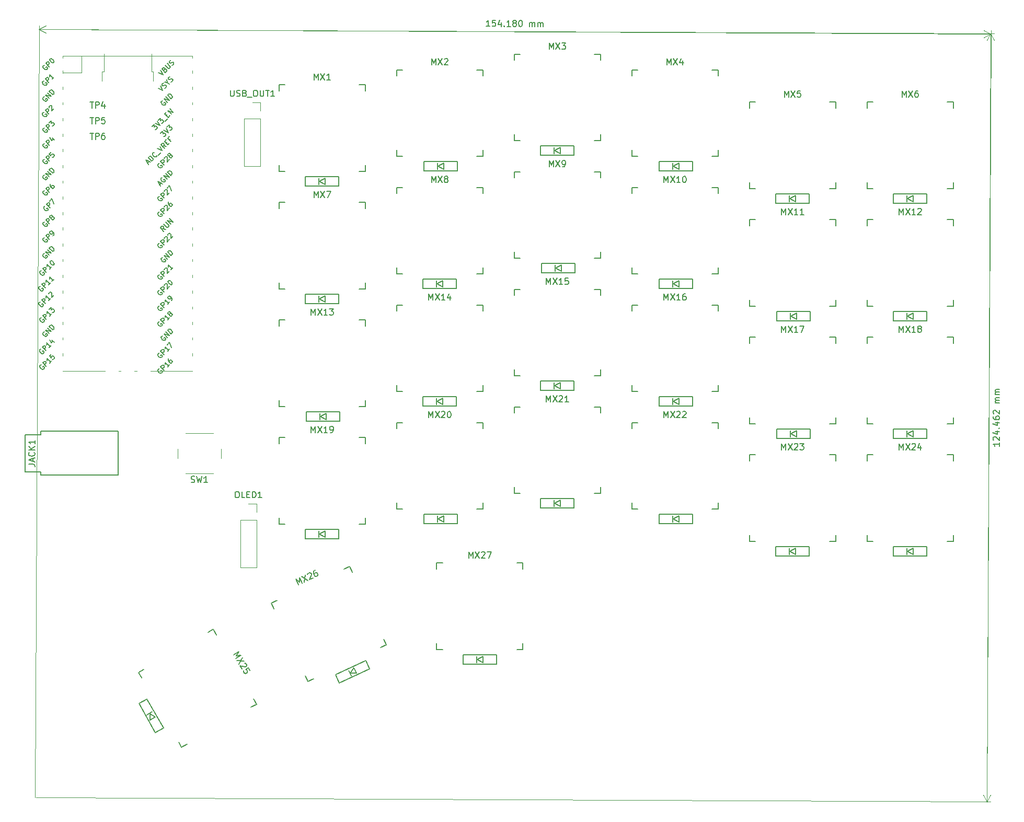
<source format=gbr>
G04 #@! TF.GenerationSoftware,KiCad,Pcbnew,(5.1.4)-1*
G04 #@! TF.CreationDate,2021-06-26T01:07:56+08:00*
G04 #@! TF.ProjectId,Split Keeb,53706c69-7420-44b6-9565-622e6b696361,rev?*
G04 #@! TF.SameCoordinates,Original*
G04 #@! TF.FileFunction,Legend,Top*
G04 #@! TF.FilePolarity,Positive*
%FSLAX46Y46*%
G04 Gerber Fmt 4.6, Leading zero omitted, Abs format (unit mm)*
G04 Created by KiCad (PCBNEW (5.1.4)-1) date 2021-06-26 01:07:56*
%MOMM*%
%LPD*%
G04 APERTURE LIST*
%ADD10C,0.150000*%
%ADD11C,0.120000*%
G04 APERTURE END LIST*
D10*
X224744606Y-112831558D02*
X224742012Y-113402981D01*
X224743309Y-113117270D02*
X223743319Y-113112730D01*
X223885742Y-113208616D01*
X223980547Y-113304285D01*
X224027733Y-113399739D01*
X223841582Y-112446503D02*
X223794180Y-112398668D01*
X223746994Y-112303215D01*
X223748075Y-112065122D01*
X223796125Y-111970101D01*
X223843960Y-111922699D01*
X223939413Y-111875512D01*
X224034651Y-111875945D01*
X224177290Y-111924212D01*
X224746119Y-112498229D01*
X224748929Y-111879187D01*
X224086160Y-111019027D02*
X224752820Y-111022053D01*
X223704131Y-111255390D02*
X224417328Y-111496726D01*
X224420139Y-110877684D01*
X224659961Y-110497817D02*
X224707795Y-110450414D01*
X224755198Y-110498249D01*
X224707363Y-110545652D01*
X224659961Y-110497817D01*
X224755198Y-110498249D01*
X224092645Y-109590470D02*
X224759305Y-109593497D01*
X223710616Y-109826834D02*
X224423813Y-110068169D01*
X224426624Y-109449128D01*
X223763639Y-108636586D02*
X223762774Y-108827060D01*
X223809960Y-108922513D01*
X223857363Y-108970348D01*
X223999786Y-109066234D01*
X224190044Y-109114717D01*
X224570992Y-109116446D01*
X224666446Y-109069260D01*
X224714280Y-109021858D01*
X224762331Y-108926837D01*
X224763196Y-108736363D01*
X224716010Y-108640909D01*
X224668607Y-108593075D01*
X224573586Y-108545024D01*
X224335494Y-108543943D01*
X224240040Y-108591129D01*
X224192206Y-108638531D01*
X224144155Y-108733552D01*
X224143290Y-108924027D01*
X224190476Y-109019480D01*
X224237879Y-109067315D01*
X224332900Y-109115365D01*
X223861037Y-108160833D02*
X223813635Y-108112998D01*
X223766449Y-108017545D01*
X223767530Y-107779452D01*
X223815580Y-107684431D01*
X223863415Y-107637029D01*
X223958869Y-107589842D01*
X224054106Y-107590275D01*
X224196745Y-107638542D01*
X224765574Y-108212558D01*
X224768384Y-107593517D01*
X224773788Y-106403053D02*
X224107128Y-106400027D01*
X224202365Y-106400459D02*
X224154963Y-106352625D01*
X224107777Y-106257171D01*
X224108425Y-106114316D01*
X224156476Y-106019295D01*
X224251930Y-105972108D01*
X224775734Y-105974486D01*
X224251930Y-105972108D02*
X224156909Y-105924057D01*
X224109722Y-105828604D01*
X224110371Y-105685749D01*
X224158422Y-105590728D01*
X224253875Y-105543541D01*
X224777679Y-105545919D01*
X224779841Y-105069734D02*
X224113181Y-105066707D01*
X224208418Y-105067140D02*
X224161016Y-105019305D01*
X224113830Y-104923852D01*
X224114478Y-104780996D01*
X224162529Y-104685975D01*
X224257982Y-104638789D01*
X224781786Y-104641167D01*
X224257982Y-104638789D02*
X224162961Y-104590738D01*
X224115775Y-104495285D01*
X224116424Y-104352429D01*
X224164474Y-104257408D01*
X224259928Y-104210222D01*
X224783732Y-104212600D01*
D11*
X222758120Y-171006324D02*
X223323115Y-46546003D01*
X68707000Y-170307000D02*
X223344534Y-171008986D01*
X69271995Y-45846679D02*
X223909529Y-46548665D01*
X223323115Y-46546003D02*
X223904416Y-47675157D01*
X223323115Y-46546003D02*
X222731587Y-47669833D01*
X222758120Y-171006324D02*
X223349648Y-169882494D01*
X222758120Y-171006324D02*
X222176819Y-169877170D01*
D10*
X142240598Y-45389661D02*
X141669177Y-45386837D01*
X141954887Y-45388249D02*
X141959830Y-44388262D01*
X141863887Y-44530646D01*
X141768179Y-44625413D01*
X141672707Y-44672560D01*
X143150291Y-44394145D02*
X142674107Y-44391792D01*
X142624135Y-44867741D01*
X142671988Y-44820358D01*
X142767461Y-44773210D01*
X143005553Y-44774387D01*
X143100555Y-44822476D01*
X143147938Y-44870330D01*
X143195086Y-44965802D01*
X143193909Y-45203895D01*
X143145820Y-45298896D01*
X143097966Y-45346279D01*
X143002494Y-45393427D01*
X142764401Y-45392250D01*
X142669400Y-45344161D01*
X142622017Y-45296307D01*
X144053395Y-44731946D02*
X144050100Y-45398605D01*
X143817185Y-44349822D02*
X143575563Y-45062922D01*
X144194603Y-45065981D01*
X144574374Y-45305957D02*
X144621757Y-45353810D01*
X144573903Y-45401193D01*
X144526520Y-45353340D01*
X144574374Y-45305957D01*
X144573903Y-45401193D01*
X145573891Y-45406136D02*
X145002469Y-45403312D01*
X145288180Y-45404724D02*
X145293122Y-44404736D01*
X145197179Y-44547121D01*
X145101472Y-44641887D01*
X145005999Y-44689035D01*
X146148136Y-44837538D02*
X146053135Y-44789449D01*
X146005752Y-44741595D01*
X145958604Y-44646123D01*
X145958839Y-44598505D01*
X146006928Y-44503503D01*
X146054782Y-44456120D01*
X146150255Y-44408972D01*
X146340728Y-44409913D01*
X146435730Y-44458003D01*
X146483113Y-44505856D01*
X146530261Y-44601329D01*
X146530026Y-44648947D01*
X146481936Y-44743949D01*
X146434083Y-44791332D01*
X146338610Y-44838480D01*
X146148136Y-44837538D01*
X146052664Y-44884686D01*
X146004810Y-44932069D01*
X145956721Y-45027071D01*
X145955780Y-45217545D01*
X146002928Y-45313017D01*
X146050311Y-45360871D01*
X146145312Y-45408960D01*
X146335786Y-45409901D01*
X146431258Y-45362754D01*
X146479112Y-45315370D01*
X146527201Y-45220369D01*
X146528143Y-45029895D01*
X146480995Y-44934423D01*
X146433612Y-44886569D01*
X146338610Y-44838480D01*
X147150242Y-44413914D02*
X147245479Y-44414385D01*
X147340481Y-44462474D01*
X147387864Y-44510328D01*
X147435012Y-44605800D01*
X147481689Y-44796510D01*
X147480512Y-45034602D01*
X147431952Y-45224840D01*
X147383863Y-45319842D01*
X147336009Y-45367225D01*
X147240537Y-45414373D01*
X147145300Y-45413902D01*
X147050299Y-45365813D01*
X147002915Y-45317959D01*
X146955768Y-45222487D01*
X146909091Y-45031778D01*
X146910267Y-44793685D01*
X146958827Y-44603447D01*
X147006916Y-44508445D01*
X147054770Y-44461062D01*
X147150242Y-44413914D01*
X148669091Y-45421433D02*
X148672386Y-44754775D01*
X148671915Y-44850012D02*
X148719769Y-44802629D01*
X148815241Y-44755481D01*
X148958097Y-44756187D01*
X149053098Y-44804276D01*
X149100246Y-44899748D01*
X149097657Y-45423551D01*
X149100246Y-44899748D02*
X149148335Y-44804747D01*
X149243807Y-44757599D01*
X149386663Y-44758305D01*
X149481664Y-44806394D01*
X149528812Y-44901866D01*
X149526223Y-45425669D01*
X150002408Y-45428023D02*
X150005703Y-44761364D01*
X150005232Y-44856601D02*
X150053086Y-44809218D01*
X150148558Y-44762070D01*
X150291414Y-44762777D01*
X150386415Y-44810866D01*
X150433563Y-44906338D01*
X150430974Y-45430141D01*
X150433563Y-44906338D02*
X150481652Y-44811336D01*
X150577125Y-44764189D01*
X150719980Y-44764895D01*
X150814981Y-44812984D01*
X150862129Y-44908456D01*
X150859540Y-45432259D01*
D11*
X69195127Y-45846275D02*
X223373127Y-46608275D01*
X68580000Y-170307000D02*
X69198025Y-45259861D01*
X222758000Y-171069000D02*
X223376025Y-46021861D01*
X223373127Y-46608275D02*
X222243739Y-47189121D01*
X223373127Y-46608275D02*
X222249535Y-46016294D01*
X69195127Y-45846275D02*
X70318719Y-46438256D01*
X69195127Y-45846275D02*
X70324515Y-45265429D01*
D10*
X133589000Y-133319000D02*
X133589000Y-132319000D01*
X133589000Y-146319000D02*
X133589000Y-145319000D01*
X147589000Y-132319000D02*
X147589000Y-133319000D01*
X146589000Y-132319000D02*
X147589000Y-132319000D01*
X147589000Y-146319000D02*
X146589000Y-146319000D01*
X147589000Y-145319000D02*
X147589000Y-146319000D01*
X134589000Y-146319000D02*
X133589000Y-146319000D01*
X133589000Y-132319000D02*
X134589000Y-132319000D01*
X107254762Y-139720397D02*
X106832144Y-138814089D01*
X112748799Y-151502398D02*
X112326181Y-150596091D01*
X119520453Y-132897434D02*
X119943071Y-133803741D01*
X118614145Y-133320052D02*
X119520453Y-132897434D01*
X125437108Y-145585743D02*
X124530801Y-146008361D01*
X125014490Y-144679435D02*
X125437108Y-145585743D01*
X113655107Y-151079780D02*
X112748799Y-151502398D01*
X106832144Y-138814089D02*
X107738451Y-138391471D01*
X96565152Y-143590850D02*
X97431178Y-143090850D01*
X85306822Y-150090850D02*
X86172848Y-149590850D01*
X104431178Y-155215206D02*
X103565152Y-155715206D01*
X103931178Y-154349180D02*
X104431178Y-155215206D01*
X92306822Y-162215206D02*
X91806822Y-161349180D01*
X93172848Y-161715206D02*
X92306822Y-162215206D01*
X85806822Y-150956876D02*
X85306822Y-150090850D01*
X97431178Y-143090850D02*
X97931178Y-143956876D01*
X203312000Y-115793000D02*
X203312000Y-114793000D01*
X203312000Y-128793000D02*
X203312000Y-127793000D01*
X217312000Y-114793000D02*
X217312000Y-115793000D01*
X216312000Y-114793000D02*
X217312000Y-114793000D01*
X217312000Y-128793000D02*
X216312000Y-128793000D01*
X217312000Y-127793000D02*
X217312000Y-128793000D01*
X204312000Y-128793000D02*
X203312000Y-128793000D01*
X203312000Y-114793000D02*
X204312000Y-114793000D01*
X184262000Y-115793000D02*
X184262000Y-114793000D01*
X184262000Y-128793000D02*
X184262000Y-127793000D01*
X198262000Y-114793000D02*
X198262000Y-115793000D01*
X197262000Y-114793000D02*
X198262000Y-114793000D01*
X198262000Y-128793000D02*
X197262000Y-128793000D01*
X198262000Y-127793000D02*
X198262000Y-128793000D01*
X185262000Y-128793000D02*
X184262000Y-128793000D01*
X184262000Y-114793000D02*
X185262000Y-114793000D01*
X165212000Y-110586000D02*
X165212000Y-109586000D01*
X165212000Y-123586000D02*
X165212000Y-122586000D01*
X179212000Y-109586000D02*
X179212000Y-110586000D01*
X178212000Y-109586000D02*
X179212000Y-109586000D01*
X179212000Y-123586000D02*
X178212000Y-123586000D01*
X179212000Y-122586000D02*
X179212000Y-123586000D01*
X166212000Y-123586000D02*
X165212000Y-123586000D01*
X165212000Y-109586000D02*
X166212000Y-109586000D01*
X146162000Y-108046000D02*
X146162000Y-107046000D01*
X146162000Y-121046000D02*
X146162000Y-120046000D01*
X160162000Y-107046000D02*
X160162000Y-108046000D01*
X159162000Y-107046000D02*
X160162000Y-107046000D01*
X160162000Y-121046000D02*
X159162000Y-121046000D01*
X160162000Y-120046000D02*
X160162000Y-121046000D01*
X147162000Y-121046000D02*
X146162000Y-121046000D01*
X146162000Y-107046000D02*
X147162000Y-107046000D01*
X127112000Y-110586000D02*
X127112000Y-109586000D01*
X127112000Y-123586000D02*
X127112000Y-122586000D01*
X141112000Y-109586000D02*
X141112000Y-110586000D01*
X140112000Y-109586000D02*
X141112000Y-109586000D01*
X141112000Y-123586000D02*
X140112000Y-123586000D01*
X141112000Y-122586000D02*
X141112000Y-123586000D01*
X128112000Y-123586000D02*
X127112000Y-123586000D01*
X127112000Y-109586000D02*
X128112000Y-109586000D01*
X108062000Y-112999000D02*
X108062000Y-111999000D01*
X108062000Y-125999000D02*
X108062000Y-124999000D01*
X122062000Y-111999000D02*
X122062000Y-112999000D01*
X121062000Y-111999000D02*
X122062000Y-111999000D01*
X122062000Y-125999000D02*
X121062000Y-125999000D01*
X122062000Y-124999000D02*
X122062000Y-125999000D01*
X109062000Y-125999000D02*
X108062000Y-125999000D01*
X108062000Y-111999000D02*
X109062000Y-111999000D01*
X203312000Y-96743000D02*
X203312000Y-95743000D01*
X203312000Y-109743000D02*
X203312000Y-108743000D01*
X217312000Y-95743000D02*
X217312000Y-96743000D01*
X216312000Y-95743000D02*
X217312000Y-95743000D01*
X217312000Y-109743000D02*
X216312000Y-109743000D01*
X217312000Y-108743000D02*
X217312000Y-109743000D01*
X204312000Y-109743000D02*
X203312000Y-109743000D01*
X203312000Y-95743000D02*
X204312000Y-95743000D01*
X184262000Y-96743000D02*
X184262000Y-95743000D01*
X184262000Y-109743000D02*
X184262000Y-108743000D01*
X198262000Y-95743000D02*
X198262000Y-96743000D01*
X197262000Y-95743000D02*
X198262000Y-95743000D01*
X198262000Y-109743000D02*
X197262000Y-109743000D01*
X198262000Y-108743000D02*
X198262000Y-109743000D01*
X185262000Y-109743000D02*
X184262000Y-109743000D01*
X184262000Y-95743000D02*
X185262000Y-95743000D01*
X165212000Y-91536000D02*
X165212000Y-90536000D01*
X165212000Y-104536000D02*
X165212000Y-103536000D01*
X179212000Y-90536000D02*
X179212000Y-91536000D01*
X178212000Y-90536000D02*
X179212000Y-90536000D01*
X179212000Y-104536000D02*
X178212000Y-104536000D01*
X179212000Y-103536000D02*
X179212000Y-104536000D01*
X166212000Y-104536000D02*
X165212000Y-104536000D01*
X165212000Y-90536000D02*
X166212000Y-90536000D01*
X146162000Y-88996000D02*
X146162000Y-87996000D01*
X146162000Y-101996000D02*
X146162000Y-100996000D01*
X160162000Y-87996000D02*
X160162000Y-88996000D01*
X159162000Y-87996000D02*
X160162000Y-87996000D01*
X160162000Y-101996000D02*
X159162000Y-101996000D01*
X160162000Y-100996000D02*
X160162000Y-101996000D01*
X147162000Y-101996000D02*
X146162000Y-101996000D01*
X146162000Y-87996000D02*
X147162000Y-87996000D01*
X127112000Y-91536000D02*
X127112000Y-90536000D01*
X127112000Y-104536000D02*
X127112000Y-103536000D01*
X141112000Y-90536000D02*
X141112000Y-91536000D01*
X140112000Y-90536000D02*
X141112000Y-90536000D01*
X141112000Y-104536000D02*
X140112000Y-104536000D01*
X141112000Y-103536000D02*
X141112000Y-104536000D01*
X128112000Y-104536000D02*
X127112000Y-104536000D01*
X127112000Y-90536000D02*
X128112000Y-90536000D01*
X108062000Y-93949000D02*
X108062000Y-92949000D01*
X108062000Y-106949000D02*
X108062000Y-105949000D01*
X122062000Y-92949000D02*
X122062000Y-93949000D01*
X121062000Y-92949000D02*
X122062000Y-92949000D01*
X122062000Y-106949000D02*
X121062000Y-106949000D01*
X122062000Y-105949000D02*
X122062000Y-106949000D01*
X109062000Y-106949000D02*
X108062000Y-106949000D01*
X108062000Y-92949000D02*
X109062000Y-92949000D01*
X203312000Y-77693000D02*
X203312000Y-76693000D01*
X203312000Y-90693000D02*
X203312000Y-89693000D01*
X217312000Y-76693000D02*
X217312000Y-77693000D01*
X216312000Y-76693000D02*
X217312000Y-76693000D01*
X217312000Y-90693000D02*
X216312000Y-90693000D01*
X217312000Y-89693000D02*
X217312000Y-90693000D01*
X204312000Y-90693000D02*
X203312000Y-90693000D01*
X203312000Y-76693000D02*
X204312000Y-76693000D01*
X184262000Y-77693000D02*
X184262000Y-76693000D01*
X184262000Y-90693000D02*
X184262000Y-89693000D01*
X198262000Y-76693000D02*
X198262000Y-77693000D01*
X197262000Y-76693000D02*
X198262000Y-76693000D01*
X198262000Y-90693000D02*
X197262000Y-90693000D01*
X198262000Y-89693000D02*
X198262000Y-90693000D01*
X185262000Y-90693000D02*
X184262000Y-90693000D01*
X184262000Y-76693000D02*
X185262000Y-76693000D01*
X165212000Y-72486000D02*
X165212000Y-71486000D01*
X165212000Y-85486000D02*
X165212000Y-84486000D01*
X179212000Y-71486000D02*
X179212000Y-72486000D01*
X178212000Y-71486000D02*
X179212000Y-71486000D01*
X179212000Y-85486000D02*
X178212000Y-85486000D01*
X179212000Y-84486000D02*
X179212000Y-85486000D01*
X166212000Y-85486000D02*
X165212000Y-85486000D01*
X165212000Y-71486000D02*
X166212000Y-71486000D01*
X146162000Y-69946000D02*
X146162000Y-68946000D01*
X146162000Y-82946000D02*
X146162000Y-81946000D01*
X160162000Y-68946000D02*
X160162000Y-69946000D01*
X159162000Y-68946000D02*
X160162000Y-68946000D01*
X160162000Y-82946000D02*
X159162000Y-82946000D01*
X160162000Y-81946000D02*
X160162000Y-82946000D01*
X147162000Y-82946000D02*
X146162000Y-82946000D01*
X146162000Y-68946000D02*
X147162000Y-68946000D01*
X127112000Y-72486000D02*
X127112000Y-71486000D01*
X127112000Y-85486000D02*
X127112000Y-84486000D01*
X141112000Y-71486000D02*
X141112000Y-72486000D01*
X140112000Y-71486000D02*
X141112000Y-71486000D01*
X141112000Y-85486000D02*
X140112000Y-85486000D01*
X141112000Y-84486000D02*
X141112000Y-85486000D01*
X128112000Y-85486000D02*
X127112000Y-85486000D01*
X127112000Y-71486000D02*
X128112000Y-71486000D01*
X108062000Y-74899000D02*
X108062000Y-73899000D01*
X108062000Y-87899000D02*
X108062000Y-86899000D01*
X122062000Y-73899000D02*
X122062000Y-74899000D01*
X121062000Y-73899000D02*
X122062000Y-73899000D01*
X122062000Y-87899000D02*
X121062000Y-87899000D01*
X122062000Y-86899000D02*
X122062000Y-87899000D01*
X109062000Y-87899000D02*
X108062000Y-87899000D01*
X108062000Y-73899000D02*
X109062000Y-73899000D01*
X203312000Y-58643000D02*
X203312000Y-57643000D01*
X203312000Y-71643000D02*
X203312000Y-70643000D01*
X217312000Y-57643000D02*
X217312000Y-58643000D01*
X216312000Y-57643000D02*
X217312000Y-57643000D01*
X217312000Y-71643000D02*
X216312000Y-71643000D01*
X217312000Y-70643000D02*
X217312000Y-71643000D01*
X204312000Y-71643000D02*
X203312000Y-71643000D01*
X203312000Y-57643000D02*
X204312000Y-57643000D01*
X184262000Y-58643000D02*
X184262000Y-57643000D01*
X184262000Y-71643000D02*
X184262000Y-70643000D01*
X198262000Y-57643000D02*
X198262000Y-58643000D01*
X197262000Y-57643000D02*
X198262000Y-57643000D01*
X198262000Y-71643000D02*
X197262000Y-71643000D01*
X198262000Y-70643000D02*
X198262000Y-71643000D01*
X185262000Y-71643000D02*
X184262000Y-71643000D01*
X184262000Y-57643000D02*
X185262000Y-57643000D01*
X165212000Y-53436000D02*
X165212000Y-52436000D01*
X165212000Y-66436000D02*
X165212000Y-65436000D01*
X179212000Y-52436000D02*
X179212000Y-53436000D01*
X178212000Y-52436000D02*
X179212000Y-52436000D01*
X179212000Y-66436000D02*
X178212000Y-66436000D01*
X179212000Y-65436000D02*
X179212000Y-66436000D01*
X166212000Y-66436000D02*
X165212000Y-66436000D01*
X165212000Y-52436000D02*
X166212000Y-52436000D01*
X146162000Y-50896000D02*
X146162000Y-49896000D01*
X146162000Y-63896000D02*
X146162000Y-62896000D01*
X160162000Y-49896000D02*
X160162000Y-50896000D01*
X159162000Y-49896000D02*
X160162000Y-49896000D01*
X160162000Y-63896000D02*
X159162000Y-63896000D01*
X160162000Y-62896000D02*
X160162000Y-63896000D01*
X147162000Y-63896000D02*
X146162000Y-63896000D01*
X146162000Y-49896000D02*
X147162000Y-49896000D01*
X127112000Y-53436000D02*
X127112000Y-52436000D01*
X127112000Y-66436000D02*
X127112000Y-65436000D01*
X141112000Y-52436000D02*
X141112000Y-53436000D01*
X140112000Y-52436000D02*
X141112000Y-52436000D01*
X141112000Y-66436000D02*
X140112000Y-66436000D01*
X141112000Y-65436000D02*
X141112000Y-66436000D01*
X128112000Y-66436000D02*
X127112000Y-66436000D01*
X127112000Y-52436000D02*
X128112000Y-52436000D01*
X108062000Y-55849000D02*
X108062000Y-54849000D01*
X108062000Y-68849000D02*
X108062000Y-67849000D01*
X122062000Y-54849000D02*
X122062000Y-55849000D01*
X121062000Y-54849000D02*
X122062000Y-54849000D01*
X122062000Y-68849000D02*
X121062000Y-68849000D01*
X122062000Y-67849000D02*
X122062000Y-68849000D01*
X109062000Y-68849000D02*
X108062000Y-68849000D01*
X108062000Y-54849000D02*
X109062000Y-54849000D01*
D11*
X84666000Y-101192000D02*
X85066000Y-101192000D01*
X82066000Y-101192000D02*
X82466000Y-101192000D01*
X94066000Y-101192000D02*
X87266000Y-101192000D01*
X94066000Y-90792000D02*
X94066000Y-91192000D01*
X94066000Y-83092000D02*
X94066000Y-83492000D01*
X94066000Y-57692000D02*
X94066000Y-58092000D01*
X94066000Y-50192000D02*
X94066000Y-50492000D01*
X94066000Y-72992000D02*
X94066000Y-73392000D01*
X94066000Y-88192000D02*
X94066000Y-88592000D01*
X94066000Y-67892000D02*
X94066000Y-68292000D01*
X94066000Y-62792000D02*
X94066000Y-63192000D01*
X94066000Y-75492000D02*
X94066000Y-75892000D01*
X94066000Y-80592000D02*
X94066000Y-80992000D01*
X94066000Y-95792000D02*
X94066000Y-96192000D01*
X94066000Y-98392000D02*
X94066000Y-98792000D01*
X94066000Y-93292000D02*
X94066000Y-93692000D01*
X94066000Y-60292000D02*
X94066000Y-60692000D01*
X94066000Y-52592000D02*
X94066000Y-52992000D01*
X94066000Y-55192000D02*
X94066000Y-55592000D01*
X94066000Y-85692000D02*
X94066000Y-86092000D01*
X94066000Y-77992000D02*
X94066000Y-78392000D01*
X94066000Y-70392000D02*
X94066000Y-70792000D01*
X94066000Y-65292000D02*
X94066000Y-65692000D01*
X73066000Y-98392000D02*
X73066000Y-98792000D01*
X73066000Y-95792000D02*
X73066000Y-96192000D01*
X73066000Y-93292000D02*
X73066000Y-93692000D01*
X73066000Y-90792000D02*
X73066000Y-91192000D01*
X73066000Y-88192000D02*
X73066000Y-88592000D01*
X73066000Y-85692000D02*
X73066000Y-86092000D01*
X73066000Y-83092000D02*
X73066000Y-83492000D01*
X73066000Y-80592000D02*
X73066000Y-80992000D01*
X73066000Y-77992000D02*
X73066000Y-78392000D01*
X73066000Y-75492000D02*
X73066000Y-75892000D01*
X73066000Y-72992000D02*
X73066000Y-73392000D01*
X73066000Y-70392000D02*
X73066000Y-70792000D01*
X73066000Y-67892000D02*
X73066000Y-68292000D01*
X73066000Y-65292000D02*
X73066000Y-65692000D01*
X73066000Y-62792000D02*
X73066000Y-63192000D01*
X73066000Y-60292000D02*
X73066000Y-60692000D01*
X73066000Y-57692000D02*
X73066000Y-58092000D01*
X73066000Y-55192000D02*
X73066000Y-55592000D01*
X73066000Y-52592000D02*
X73066000Y-52992000D01*
X73066000Y-50192000D02*
X73066000Y-50492000D01*
X76073000Y-52859000D02*
X76073000Y-50192000D01*
X73066000Y-52859000D02*
X76073000Y-52859000D01*
X79866000Y-101192000D02*
X73066000Y-101192000D01*
X73066000Y-50192000D02*
X94066000Y-50192000D01*
X79716000Y-49882000D02*
X79716000Y-52682000D01*
X87416000Y-49882000D02*
X87416000Y-52682000D01*
X79716000Y-52682000D02*
X79416000Y-52682000D01*
X79416000Y-52682000D02*
X79416000Y-54232000D01*
X87716000Y-52682000D02*
X87416000Y-52682000D01*
X87716000Y-52682000D02*
X87716000Y-54232000D01*
X103759000Y-57725000D02*
X105089000Y-57725000D01*
X105089000Y-57725000D02*
X105089000Y-59055000D01*
X105089000Y-60325000D02*
X105089000Y-68005000D01*
X102429000Y-68005000D02*
X105089000Y-68005000D01*
X102429000Y-60325000D02*
X102429000Y-68005000D01*
X102429000Y-60325000D02*
X105089000Y-60325000D01*
X91675000Y-113840000D02*
X91675000Y-115340000D01*
X92925000Y-117840000D02*
X97425000Y-117840000D01*
X98675000Y-115340000D02*
X98675000Y-113840000D01*
X97425000Y-111340000D02*
X92925000Y-111340000D01*
X103124000Y-122749000D02*
X104454000Y-122749000D01*
X104454000Y-122749000D02*
X104454000Y-124079000D01*
X104454000Y-125349000D02*
X104454000Y-133029000D01*
X101794000Y-133029000D02*
X104454000Y-133029000D01*
X101794000Y-125349000D02*
X101794000Y-133029000D01*
X101794000Y-125349000D02*
X104454000Y-125349000D01*
D10*
X69515000Y-111004000D02*
X82015000Y-111004000D01*
X69515000Y-111004000D02*
X69515000Y-111554000D01*
X69515000Y-111554000D02*
X66915000Y-111554000D01*
X66915000Y-111554000D02*
X66915000Y-117554000D01*
X69515000Y-117554000D02*
X66915000Y-117554000D01*
X69515000Y-118104000D02*
X69515000Y-117554000D01*
X82015000Y-118104000D02*
X69515000Y-118104000D01*
X82015000Y-111004000D02*
X82015000Y-118104000D01*
X143289000Y-148705000D02*
X143289000Y-147205000D01*
X137889000Y-148705000D02*
X143289000Y-148705000D01*
X137889000Y-147205000D02*
X137889000Y-148705000D01*
X143289000Y-147205000D02*
X137889000Y-147205000D01*
X140089000Y-147455000D02*
X140089000Y-148455000D01*
X141089000Y-148455000D02*
X140189000Y-147955000D01*
X141089000Y-147455000D02*
X141089000Y-148455000D01*
X140189000Y-147955000D02*
X141089000Y-147455000D01*
X122751330Y-149510021D02*
X122117402Y-148150559D01*
X117857268Y-151792159D02*
X122751330Y-149510021D01*
X117223340Y-150432697D02*
X117857268Y-151792159D01*
X122117402Y-148150559D02*
X117223340Y-150432697D01*
X119322872Y-149729514D02*
X119745490Y-150635822D01*
X120651798Y-150213204D02*
X119624812Y-150140406D01*
X120229180Y-149306896D02*
X120651798Y-150213204D01*
X119624812Y-150140406D02*
X120229180Y-149306896D01*
X88070315Y-159800431D02*
X89369353Y-159050431D01*
X85370315Y-155123893D02*
X88070315Y-159800431D01*
X86669353Y-154373893D02*
X85370315Y-155123893D01*
X89369353Y-159050431D02*
X86669353Y-154373893D01*
X87552847Y-156404149D02*
X86686821Y-156904149D01*
X87186821Y-157770175D02*
X87169834Y-156740752D01*
X88052847Y-157270175D02*
X87186821Y-157770175D01*
X87169834Y-156740752D02*
X88052847Y-157270175D01*
X213012000Y-131179000D02*
X213012000Y-129679000D01*
X207612000Y-131179000D02*
X213012000Y-131179000D01*
X207612000Y-129679000D02*
X207612000Y-131179000D01*
X213012000Y-129679000D02*
X207612000Y-129679000D01*
X209812000Y-129929000D02*
X209812000Y-130929000D01*
X210812000Y-130929000D02*
X209912000Y-130429000D01*
X210812000Y-129929000D02*
X210812000Y-130929000D01*
X209912000Y-130429000D02*
X210812000Y-129929000D01*
X193962000Y-131179000D02*
X193962000Y-129679000D01*
X188562000Y-131179000D02*
X193962000Y-131179000D01*
X188562000Y-129679000D02*
X188562000Y-131179000D01*
X193962000Y-129679000D02*
X188562000Y-129679000D01*
X190762000Y-129929000D02*
X190762000Y-130929000D01*
X191762000Y-130929000D02*
X190862000Y-130429000D01*
X191762000Y-129929000D02*
X191762000Y-130929000D01*
X190862000Y-130429000D02*
X191762000Y-129929000D01*
X175036000Y-125972000D02*
X175036000Y-124472000D01*
X169636000Y-125972000D02*
X175036000Y-125972000D01*
X169636000Y-124472000D02*
X169636000Y-125972000D01*
X175036000Y-124472000D02*
X169636000Y-124472000D01*
X171836000Y-124722000D02*
X171836000Y-125722000D01*
X172836000Y-125722000D02*
X171936000Y-125222000D01*
X172836000Y-124722000D02*
X172836000Y-125722000D01*
X171936000Y-125222000D02*
X172836000Y-124722000D01*
X155862000Y-123432000D02*
X155862000Y-121932000D01*
X150462000Y-123432000D02*
X155862000Y-123432000D01*
X150462000Y-121932000D02*
X150462000Y-123432000D01*
X155862000Y-121932000D02*
X150462000Y-121932000D01*
X152662000Y-122182000D02*
X152662000Y-123182000D01*
X153662000Y-123182000D02*
X152762000Y-122682000D01*
X153662000Y-122182000D02*
X153662000Y-123182000D01*
X152762000Y-122682000D02*
X153662000Y-122182000D01*
X136939000Y-125972000D02*
X136939000Y-124472000D01*
X131539000Y-125972000D02*
X136939000Y-125972000D01*
X131539000Y-124472000D02*
X131539000Y-125972000D01*
X136939000Y-124472000D02*
X131539000Y-124472000D01*
X133739000Y-124722000D02*
X133739000Y-125722000D01*
X134739000Y-125722000D02*
X133839000Y-125222000D01*
X134739000Y-124722000D02*
X134739000Y-125722000D01*
X133839000Y-125222000D02*
X134739000Y-124722000D01*
X117762000Y-128385000D02*
X117762000Y-126885000D01*
X112362000Y-128385000D02*
X117762000Y-128385000D01*
X112362000Y-126885000D02*
X112362000Y-128385000D01*
X117762000Y-126885000D02*
X112362000Y-126885000D01*
X114562000Y-127135000D02*
X114562000Y-128135000D01*
X115562000Y-128135000D02*
X114662000Y-127635000D01*
X115562000Y-127135000D02*
X115562000Y-128135000D01*
X114662000Y-127635000D02*
X115562000Y-127135000D01*
X213012000Y-112129000D02*
X213012000Y-110629000D01*
X207612000Y-112129000D02*
X213012000Y-112129000D01*
X207612000Y-110629000D02*
X207612000Y-112129000D01*
X213012000Y-110629000D02*
X207612000Y-110629000D01*
X209812000Y-110879000D02*
X209812000Y-111879000D01*
X210812000Y-111879000D02*
X209912000Y-111379000D01*
X210812000Y-110879000D02*
X210812000Y-111879000D01*
X209912000Y-111379000D02*
X210812000Y-110879000D01*
X194089000Y-112129000D02*
X194089000Y-110629000D01*
X188689000Y-112129000D02*
X194089000Y-112129000D01*
X188689000Y-110629000D02*
X188689000Y-112129000D01*
X194089000Y-110629000D02*
X188689000Y-110629000D01*
X190889000Y-110879000D02*
X190889000Y-111879000D01*
X191889000Y-111879000D02*
X190989000Y-111379000D01*
X191889000Y-110879000D02*
X191889000Y-111879000D01*
X190989000Y-111379000D02*
X191889000Y-110879000D01*
X175039000Y-106922000D02*
X175039000Y-105422000D01*
X169639000Y-106922000D02*
X175039000Y-106922000D01*
X169639000Y-105422000D02*
X169639000Y-106922000D01*
X175039000Y-105422000D02*
X169639000Y-105422000D01*
X171839000Y-105672000D02*
X171839000Y-106672000D01*
X172839000Y-106672000D02*
X171939000Y-106172000D01*
X172839000Y-105672000D02*
X172839000Y-106672000D01*
X171939000Y-106172000D02*
X172839000Y-105672000D01*
X155862000Y-104382000D02*
X155862000Y-102882000D01*
X150462000Y-104382000D02*
X155862000Y-104382000D01*
X150462000Y-102882000D02*
X150462000Y-104382000D01*
X155862000Y-102882000D02*
X150462000Y-102882000D01*
X152662000Y-103132000D02*
X152662000Y-104132000D01*
X153662000Y-104132000D02*
X152762000Y-103632000D01*
X153662000Y-103132000D02*
X153662000Y-104132000D01*
X152762000Y-103632000D02*
X153662000Y-103132000D01*
X136812000Y-106922000D02*
X136812000Y-105422000D01*
X131412000Y-106922000D02*
X136812000Y-106922000D01*
X131412000Y-105422000D02*
X131412000Y-106922000D01*
X136812000Y-105422000D02*
X131412000Y-105422000D01*
X133612000Y-105672000D02*
X133612000Y-106672000D01*
X134612000Y-106672000D02*
X133712000Y-106172000D01*
X134612000Y-105672000D02*
X134612000Y-106672000D01*
X133712000Y-106172000D02*
X134612000Y-105672000D01*
X117889000Y-109335000D02*
X117889000Y-107835000D01*
X112489000Y-109335000D02*
X117889000Y-109335000D01*
X112489000Y-107835000D02*
X112489000Y-109335000D01*
X117889000Y-107835000D02*
X112489000Y-107835000D01*
X114689000Y-108085000D02*
X114689000Y-109085000D01*
X115689000Y-109085000D02*
X114789000Y-108585000D01*
X115689000Y-108085000D02*
X115689000Y-109085000D01*
X114789000Y-108585000D02*
X115689000Y-108085000D01*
X213012000Y-93079000D02*
X213012000Y-91579000D01*
X207612000Y-93079000D02*
X213012000Y-93079000D01*
X207612000Y-91579000D02*
X207612000Y-93079000D01*
X213012000Y-91579000D02*
X207612000Y-91579000D01*
X209812000Y-91829000D02*
X209812000Y-92829000D01*
X210812000Y-92829000D02*
X209912000Y-92329000D01*
X210812000Y-91829000D02*
X210812000Y-92829000D01*
X209912000Y-92329000D02*
X210812000Y-91829000D01*
X194089000Y-93079000D02*
X194089000Y-91579000D01*
X188689000Y-93079000D02*
X194089000Y-93079000D01*
X188689000Y-91579000D02*
X188689000Y-93079000D01*
X194089000Y-91579000D02*
X188689000Y-91579000D01*
X190889000Y-91829000D02*
X190889000Y-92829000D01*
X191889000Y-92829000D02*
X190989000Y-92329000D01*
X191889000Y-91829000D02*
X191889000Y-92829000D01*
X190989000Y-92329000D02*
X191889000Y-91829000D01*
X175039000Y-87872000D02*
X175039000Y-86372000D01*
X169639000Y-87872000D02*
X175039000Y-87872000D01*
X169639000Y-86372000D02*
X169639000Y-87872000D01*
X175039000Y-86372000D02*
X169639000Y-86372000D01*
X171839000Y-86622000D02*
X171839000Y-87622000D01*
X172839000Y-87622000D02*
X171939000Y-87122000D01*
X172839000Y-86622000D02*
X172839000Y-87622000D01*
X171939000Y-87122000D02*
X172839000Y-86622000D01*
X155989000Y-85332000D02*
X155989000Y-83832000D01*
X150589000Y-85332000D02*
X155989000Y-85332000D01*
X150589000Y-83832000D02*
X150589000Y-85332000D01*
X155989000Y-83832000D02*
X150589000Y-83832000D01*
X152789000Y-84082000D02*
X152789000Y-85082000D01*
X153789000Y-85082000D02*
X152889000Y-84582000D01*
X153789000Y-84082000D02*
X153789000Y-85082000D01*
X152889000Y-84582000D02*
X153789000Y-84082000D01*
X136812000Y-87872000D02*
X136812000Y-86372000D01*
X131412000Y-87872000D02*
X136812000Y-87872000D01*
X131412000Y-86372000D02*
X131412000Y-87872000D01*
X136812000Y-86372000D02*
X131412000Y-86372000D01*
X133612000Y-86622000D02*
X133612000Y-87622000D01*
X134612000Y-87622000D02*
X133712000Y-87122000D01*
X134612000Y-86622000D02*
X134612000Y-87622000D01*
X133712000Y-87122000D02*
X134612000Y-86622000D01*
X117762000Y-90285000D02*
X117762000Y-88785000D01*
X112362000Y-90285000D02*
X117762000Y-90285000D01*
X112362000Y-88785000D02*
X112362000Y-90285000D01*
X117762000Y-88785000D02*
X112362000Y-88785000D01*
X114562000Y-89035000D02*
X114562000Y-90035000D01*
X115562000Y-90035000D02*
X114662000Y-89535000D01*
X115562000Y-89035000D02*
X115562000Y-90035000D01*
X114662000Y-89535000D02*
X115562000Y-89035000D01*
X213012000Y-74029000D02*
X213012000Y-72529000D01*
X207612000Y-74029000D02*
X213012000Y-74029000D01*
X207612000Y-72529000D02*
X207612000Y-74029000D01*
X213012000Y-72529000D02*
X207612000Y-72529000D01*
X209812000Y-72779000D02*
X209812000Y-73779000D01*
X210812000Y-73779000D02*
X209912000Y-73279000D01*
X210812000Y-72779000D02*
X210812000Y-73779000D01*
X209912000Y-73279000D02*
X210812000Y-72779000D01*
X193962000Y-74029000D02*
X193962000Y-72529000D01*
X188562000Y-74029000D02*
X193962000Y-74029000D01*
X188562000Y-72529000D02*
X188562000Y-74029000D01*
X193962000Y-72529000D02*
X188562000Y-72529000D01*
X190762000Y-72779000D02*
X190762000Y-73779000D01*
X191762000Y-73779000D02*
X190862000Y-73279000D01*
X191762000Y-72779000D02*
X191762000Y-73779000D01*
X190862000Y-73279000D02*
X191762000Y-72779000D01*
X175042000Y-68822000D02*
X175042000Y-67322000D01*
X169642000Y-68822000D02*
X175042000Y-68822000D01*
X169642000Y-67322000D02*
X169642000Y-68822000D01*
X175042000Y-67322000D02*
X169642000Y-67322000D01*
X171842000Y-67572000D02*
X171842000Y-68572000D01*
X172842000Y-68572000D02*
X171942000Y-68072000D01*
X172842000Y-67572000D02*
X172842000Y-68572000D01*
X171942000Y-68072000D02*
X172842000Y-67572000D01*
X155862000Y-66282000D02*
X155862000Y-64782000D01*
X150462000Y-66282000D02*
X155862000Y-66282000D01*
X150462000Y-64782000D02*
X150462000Y-66282000D01*
X155862000Y-64782000D02*
X150462000Y-64782000D01*
X152662000Y-65032000D02*
X152662000Y-66032000D01*
X153662000Y-66032000D02*
X152762000Y-65532000D01*
X153662000Y-65032000D02*
X153662000Y-66032000D01*
X152762000Y-65532000D02*
X153662000Y-65032000D01*
X136939000Y-68822000D02*
X136939000Y-67322000D01*
X131539000Y-68822000D02*
X136939000Y-68822000D01*
X131539000Y-67322000D02*
X131539000Y-68822000D01*
X136939000Y-67322000D02*
X131539000Y-67322000D01*
X133739000Y-67572000D02*
X133739000Y-68572000D01*
X134739000Y-68572000D02*
X133839000Y-68072000D01*
X134739000Y-67572000D02*
X134739000Y-68572000D01*
X133839000Y-68072000D02*
X134739000Y-67572000D01*
X117762000Y-71235000D02*
X117762000Y-69735000D01*
X112362000Y-71235000D02*
X117762000Y-71235000D01*
X112362000Y-69735000D02*
X112362000Y-71235000D01*
X117762000Y-69735000D02*
X112362000Y-69735000D01*
X114562000Y-69985000D02*
X114562000Y-70985000D01*
X115562000Y-70985000D02*
X114662000Y-70485000D01*
X115562000Y-69985000D02*
X115562000Y-70985000D01*
X114662000Y-70485000D02*
X115562000Y-69985000D01*
X138827095Y-131516380D02*
X138827095Y-130516380D01*
X139160428Y-131230666D01*
X139493761Y-130516380D01*
X139493761Y-131516380D01*
X139874714Y-130516380D02*
X140541380Y-131516380D01*
X140541380Y-130516380D02*
X139874714Y-131516380D01*
X140874714Y-130611619D02*
X140922333Y-130564000D01*
X141017571Y-130516380D01*
X141255666Y-130516380D01*
X141350904Y-130564000D01*
X141398523Y-130611619D01*
X141446142Y-130706857D01*
X141446142Y-130802095D01*
X141398523Y-130944952D01*
X140827095Y-131516380D01*
X141446142Y-131516380D01*
X141779476Y-130516380D02*
X142446142Y-130516380D01*
X142017571Y-131516380D01*
X111240268Y-135872954D02*
X110817650Y-134966646D01*
X111421622Y-135473136D01*
X111421855Y-134684901D01*
X111844473Y-135591208D01*
X111767115Y-134523903D02*
X112793938Y-135148466D01*
X112371320Y-134242158D02*
X112189733Y-135430211D01*
X112713672Y-134187600D02*
X112736705Y-134124318D01*
X112802895Y-134040911D01*
X113018683Y-133940288D01*
X113125123Y-133943196D01*
X113188405Y-133966229D01*
X113271812Y-134032419D01*
X113312061Y-134118734D01*
X113329278Y-134268331D01*
X113052884Y-135027717D01*
X113613931Y-134766097D01*
X113968148Y-133497545D02*
X113795518Y-133578043D01*
X113729328Y-133661450D01*
X113706295Y-133724732D01*
X113680354Y-133894454D01*
X113717695Y-134087209D01*
X113878693Y-134432469D01*
X113962099Y-134498660D01*
X114025382Y-134521692D01*
X114131821Y-134524601D01*
X114304451Y-134444102D01*
X114370642Y-134360695D01*
X114393675Y-134297413D01*
X114396583Y-134190973D01*
X114295959Y-133975185D01*
X114212552Y-133908995D01*
X114149270Y-133885962D01*
X114042831Y-133883054D01*
X113870201Y-133963553D01*
X113804010Y-134046960D01*
X113780977Y-134110242D01*
X113778069Y-134216682D01*
X100745314Y-147225864D02*
X101611339Y-146725864D01*
X101159416Y-147371682D01*
X101944672Y-147303214D01*
X101078647Y-147803214D01*
X102135149Y-147633128D02*
X101602457Y-148710479D01*
X102468482Y-148210479D02*
X101269123Y-148133128D01*
X102552670Y-148546773D02*
X102617719Y-148564203D01*
X102706577Y-148622872D01*
X102825625Y-148829068D01*
X102832005Y-148935356D01*
X102814575Y-149000405D01*
X102755906Y-149089264D01*
X102673427Y-149136883D01*
X102525900Y-149167072D01*
X101745314Y-148957915D01*
X102054838Y-149494025D01*
X103373244Y-149777572D02*
X103135149Y-149365179D01*
X102698946Y-149562035D01*
X102763995Y-149579465D01*
X102852853Y-149638134D01*
X102971901Y-149844331D01*
X102978281Y-149950619D01*
X102960851Y-150015667D01*
X102902182Y-150104526D01*
X102695985Y-150223573D01*
X102589697Y-150229953D01*
X102524648Y-150212523D01*
X102435790Y-150153854D01*
X102316742Y-149947658D01*
X102310363Y-149841370D01*
X102327792Y-149776321D01*
X208550095Y-113990380D02*
X208550095Y-112990380D01*
X208883428Y-113704666D01*
X209216761Y-112990380D01*
X209216761Y-113990380D01*
X209597714Y-112990380D02*
X210264380Y-113990380D01*
X210264380Y-112990380D02*
X209597714Y-113990380D01*
X210597714Y-113085619D02*
X210645333Y-113038000D01*
X210740571Y-112990380D01*
X210978666Y-112990380D01*
X211073904Y-113038000D01*
X211121523Y-113085619D01*
X211169142Y-113180857D01*
X211169142Y-113276095D01*
X211121523Y-113418952D01*
X210550095Y-113990380D01*
X211169142Y-113990380D01*
X212026285Y-113323714D02*
X212026285Y-113990380D01*
X211788190Y-112942761D02*
X211550095Y-113657047D01*
X212169142Y-113657047D01*
X189500095Y-113990380D02*
X189500095Y-112990380D01*
X189833428Y-113704666D01*
X190166761Y-112990380D01*
X190166761Y-113990380D01*
X190547714Y-112990380D02*
X191214380Y-113990380D01*
X191214380Y-112990380D02*
X190547714Y-113990380D01*
X191547714Y-113085619D02*
X191595333Y-113038000D01*
X191690571Y-112990380D01*
X191928666Y-112990380D01*
X192023904Y-113038000D01*
X192071523Y-113085619D01*
X192119142Y-113180857D01*
X192119142Y-113276095D01*
X192071523Y-113418952D01*
X191500095Y-113990380D01*
X192119142Y-113990380D01*
X192452476Y-112990380D02*
X193071523Y-112990380D01*
X192738190Y-113371333D01*
X192881047Y-113371333D01*
X192976285Y-113418952D01*
X193023904Y-113466571D01*
X193071523Y-113561809D01*
X193071523Y-113799904D01*
X193023904Y-113895142D01*
X192976285Y-113942761D01*
X192881047Y-113990380D01*
X192595333Y-113990380D01*
X192500095Y-113942761D01*
X192452476Y-113895142D01*
X170450095Y-108783380D02*
X170450095Y-107783380D01*
X170783428Y-108497666D01*
X171116761Y-107783380D01*
X171116761Y-108783380D01*
X171497714Y-107783380D02*
X172164380Y-108783380D01*
X172164380Y-107783380D02*
X171497714Y-108783380D01*
X172497714Y-107878619D02*
X172545333Y-107831000D01*
X172640571Y-107783380D01*
X172878666Y-107783380D01*
X172973904Y-107831000D01*
X173021523Y-107878619D01*
X173069142Y-107973857D01*
X173069142Y-108069095D01*
X173021523Y-108211952D01*
X172450095Y-108783380D01*
X173069142Y-108783380D01*
X173450095Y-107878619D02*
X173497714Y-107831000D01*
X173592952Y-107783380D01*
X173831047Y-107783380D01*
X173926285Y-107831000D01*
X173973904Y-107878619D01*
X174021523Y-107973857D01*
X174021523Y-108069095D01*
X173973904Y-108211952D01*
X173402476Y-108783380D01*
X174021523Y-108783380D01*
X151400095Y-106243380D02*
X151400095Y-105243380D01*
X151733428Y-105957666D01*
X152066761Y-105243380D01*
X152066761Y-106243380D01*
X152447714Y-105243380D02*
X153114380Y-106243380D01*
X153114380Y-105243380D02*
X152447714Y-106243380D01*
X153447714Y-105338619D02*
X153495333Y-105291000D01*
X153590571Y-105243380D01*
X153828666Y-105243380D01*
X153923904Y-105291000D01*
X153971523Y-105338619D01*
X154019142Y-105433857D01*
X154019142Y-105529095D01*
X153971523Y-105671952D01*
X153400095Y-106243380D01*
X154019142Y-106243380D01*
X154971523Y-106243380D02*
X154400095Y-106243380D01*
X154685809Y-106243380D02*
X154685809Y-105243380D01*
X154590571Y-105386238D01*
X154495333Y-105481476D01*
X154400095Y-105529095D01*
X132350095Y-108783380D02*
X132350095Y-107783380D01*
X132683428Y-108497666D01*
X133016761Y-107783380D01*
X133016761Y-108783380D01*
X133397714Y-107783380D02*
X134064380Y-108783380D01*
X134064380Y-107783380D02*
X133397714Y-108783380D01*
X134397714Y-107878619D02*
X134445333Y-107831000D01*
X134540571Y-107783380D01*
X134778666Y-107783380D01*
X134873904Y-107831000D01*
X134921523Y-107878619D01*
X134969142Y-107973857D01*
X134969142Y-108069095D01*
X134921523Y-108211952D01*
X134350095Y-108783380D01*
X134969142Y-108783380D01*
X135588190Y-107783380D02*
X135683428Y-107783380D01*
X135778666Y-107831000D01*
X135826285Y-107878619D01*
X135873904Y-107973857D01*
X135921523Y-108164333D01*
X135921523Y-108402428D01*
X135873904Y-108592904D01*
X135826285Y-108688142D01*
X135778666Y-108735761D01*
X135683428Y-108783380D01*
X135588190Y-108783380D01*
X135492952Y-108735761D01*
X135445333Y-108688142D01*
X135397714Y-108592904D01*
X135350095Y-108402428D01*
X135350095Y-108164333D01*
X135397714Y-107973857D01*
X135445333Y-107878619D01*
X135492952Y-107831000D01*
X135588190Y-107783380D01*
X113300095Y-111196380D02*
X113300095Y-110196380D01*
X113633428Y-110910666D01*
X113966761Y-110196380D01*
X113966761Y-111196380D01*
X114347714Y-110196380D02*
X115014380Y-111196380D01*
X115014380Y-110196380D02*
X114347714Y-111196380D01*
X115919142Y-111196380D02*
X115347714Y-111196380D01*
X115633428Y-111196380D02*
X115633428Y-110196380D01*
X115538190Y-110339238D01*
X115442952Y-110434476D01*
X115347714Y-110482095D01*
X116395333Y-111196380D02*
X116585809Y-111196380D01*
X116681047Y-111148761D01*
X116728666Y-111101142D01*
X116823904Y-110958285D01*
X116871523Y-110767809D01*
X116871523Y-110386857D01*
X116823904Y-110291619D01*
X116776285Y-110244000D01*
X116681047Y-110196380D01*
X116490571Y-110196380D01*
X116395333Y-110244000D01*
X116347714Y-110291619D01*
X116300095Y-110386857D01*
X116300095Y-110624952D01*
X116347714Y-110720190D01*
X116395333Y-110767809D01*
X116490571Y-110815428D01*
X116681047Y-110815428D01*
X116776285Y-110767809D01*
X116823904Y-110720190D01*
X116871523Y-110624952D01*
X208550095Y-94940380D02*
X208550095Y-93940380D01*
X208883428Y-94654666D01*
X209216761Y-93940380D01*
X209216761Y-94940380D01*
X209597714Y-93940380D02*
X210264380Y-94940380D01*
X210264380Y-93940380D02*
X209597714Y-94940380D01*
X211169142Y-94940380D02*
X210597714Y-94940380D01*
X210883428Y-94940380D02*
X210883428Y-93940380D01*
X210788190Y-94083238D01*
X210692952Y-94178476D01*
X210597714Y-94226095D01*
X211740571Y-94368952D02*
X211645333Y-94321333D01*
X211597714Y-94273714D01*
X211550095Y-94178476D01*
X211550095Y-94130857D01*
X211597714Y-94035619D01*
X211645333Y-93988000D01*
X211740571Y-93940380D01*
X211931047Y-93940380D01*
X212026285Y-93988000D01*
X212073904Y-94035619D01*
X212121523Y-94130857D01*
X212121523Y-94178476D01*
X212073904Y-94273714D01*
X212026285Y-94321333D01*
X211931047Y-94368952D01*
X211740571Y-94368952D01*
X211645333Y-94416571D01*
X211597714Y-94464190D01*
X211550095Y-94559428D01*
X211550095Y-94749904D01*
X211597714Y-94845142D01*
X211645333Y-94892761D01*
X211740571Y-94940380D01*
X211931047Y-94940380D01*
X212026285Y-94892761D01*
X212073904Y-94845142D01*
X212121523Y-94749904D01*
X212121523Y-94559428D01*
X212073904Y-94464190D01*
X212026285Y-94416571D01*
X211931047Y-94368952D01*
X189500095Y-94940380D02*
X189500095Y-93940380D01*
X189833428Y-94654666D01*
X190166761Y-93940380D01*
X190166761Y-94940380D01*
X190547714Y-93940380D02*
X191214380Y-94940380D01*
X191214380Y-93940380D02*
X190547714Y-94940380D01*
X192119142Y-94940380D02*
X191547714Y-94940380D01*
X191833428Y-94940380D02*
X191833428Y-93940380D01*
X191738190Y-94083238D01*
X191642952Y-94178476D01*
X191547714Y-94226095D01*
X192452476Y-93940380D02*
X193119142Y-93940380D01*
X192690571Y-94940380D01*
X170450095Y-89733380D02*
X170450095Y-88733380D01*
X170783428Y-89447666D01*
X171116761Y-88733380D01*
X171116761Y-89733380D01*
X171497714Y-88733380D02*
X172164380Y-89733380D01*
X172164380Y-88733380D02*
X171497714Y-89733380D01*
X173069142Y-89733380D02*
X172497714Y-89733380D01*
X172783428Y-89733380D02*
X172783428Y-88733380D01*
X172688190Y-88876238D01*
X172592952Y-88971476D01*
X172497714Y-89019095D01*
X173926285Y-88733380D02*
X173735809Y-88733380D01*
X173640571Y-88781000D01*
X173592952Y-88828619D01*
X173497714Y-88971476D01*
X173450095Y-89161952D01*
X173450095Y-89542904D01*
X173497714Y-89638142D01*
X173545333Y-89685761D01*
X173640571Y-89733380D01*
X173831047Y-89733380D01*
X173926285Y-89685761D01*
X173973904Y-89638142D01*
X174021523Y-89542904D01*
X174021523Y-89304809D01*
X173973904Y-89209571D01*
X173926285Y-89161952D01*
X173831047Y-89114333D01*
X173640571Y-89114333D01*
X173545333Y-89161952D01*
X173497714Y-89209571D01*
X173450095Y-89304809D01*
X151400095Y-87193380D02*
X151400095Y-86193380D01*
X151733428Y-86907666D01*
X152066761Y-86193380D01*
X152066761Y-87193380D01*
X152447714Y-86193380D02*
X153114380Y-87193380D01*
X153114380Y-86193380D02*
X152447714Y-87193380D01*
X154019142Y-87193380D02*
X153447714Y-87193380D01*
X153733428Y-87193380D02*
X153733428Y-86193380D01*
X153638190Y-86336238D01*
X153542952Y-86431476D01*
X153447714Y-86479095D01*
X154923904Y-86193380D02*
X154447714Y-86193380D01*
X154400095Y-86669571D01*
X154447714Y-86621952D01*
X154542952Y-86574333D01*
X154781047Y-86574333D01*
X154876285Y-86621952D01*
X154923904Y-86669571D01*
X154971523Y-86764809D01*
X154971523Y-87002904D01*
X154923904Y-87098142D01*
X154876285Y-87145761D01*
X154781047Y-87193380D01*
X154542952Y-87193380D01*
X154447714Y-87145761D01*
X154400095Y-87098142D01*
X132350095Y-89733380D02*
X132350095Y-88733380D01*
X132683428Y-89447666D01*
X133016761Y-88733380D01*
X133016761Y-89733380D01*
X133397714Y-88733380D02*
X134064380Y-89733380D01*
X134064380Y-88733380D02*
X133397714Y-89733380D01*
X134969142Y-89733380D02*
X134397714Y-89733380D01*
X134683428Y-89733380D02*
X134683428Y-88733380D01*
X134588190Y-88876238D01*
X134492952Y-88971476D01*
X134397714Y-89019095D01*
X135826285Y-89066714D02*
X135826285Y-89733380D01*
X135588190Y-88685761D02*
X135350095Y-89400047D01*
X135969142Y-89400047D01*
X113300095Y-92146380D02*
X113300095Y-91146380D01*
X113633428Y-91860666D01*
X113966761Y-91146380D01*
X113966761Y-92146380D01*
X114347714Y-91146380D02*
X115014380Y-92146380D01*
X115014380Y-91146380D02*
X114347714Y-92146380D01*
X115919142Y-92146380D02*
X115347714Y-92146380D01*
X115633428Y-92146380D02*
X115633428Y-91146380D01*
X115538190Y-91289238D01*
X115442952Y-91384476D01*
X115347714Y-91432095D01*
X116252476Y-91146380D02*
X116871523Y-91146380D01*
X116538190Y-91527333D01*
X116681047Y-91527333D01*
X116776285Y-91574952D01*
X116823904Y-91622571D01*
X116871523Y-91717809D01*
X116871523Y-91955904D01*
X116823904Y-92051142D01*
X116776285Y-92098761D01*
X116681047Y-92146380D01*
X116395333Y-92146380D01*
X116300095Y-92098761D01*
X116252476Y-92051142D01*
X208550095Y-75890380D02*
X208550095Y-74890380D01*
X208883428Y-75604666D01*
X209216761Y-74890380D01*
X209216761Y-75890380D01*
X209597714Y-74890380D02*
X210264380Y-75890380D01*
X210264380Y-74890380D02*
X209597714Y-75890380D01*
X211169142Y-75890380D02*
X210597714Y-75890380D01*
X210883428Y-75890380D02*
X210883428Y-74890380D01*
X210788190Y-75033238D01*
X210692952Y-75128476D01*
X210597714Y-75176095D01*
X211550095Y-74985619D02*
X211597714Y-74938000D01*
X211692952Y-74890380D01*
X211931047Y-74890380D01*
X212026285Y-74938000D01*
X212073904Y-74985619D01*
X212121523Y-75080857D01*
X212121523Y-75176095D01*
X212073904Y-75318952D01*
X211502476Y-75890380D01*
X212121523Y-75890380D01*
X189500095Y-75890380D02*
X189500095Y-74890380D01*
X189833428Y-75604666D01*
X190166761Y-74890380D01*
X190166761Y-75890380D01*
X190547714Y-74890380D02*
X191214380Y-75890380D01*
X191214380Y-74890380D02*
X190547714Y-75890380D01*
X192119142Y-75890380D02*
X191547714Y-75890380D01*
X191833428Y-75890380D02*
X191833428Y-74890380D01*
X191738190Y-75033238D01*
X191642952Y-75128476D01*
X191547714Y-75176095D01*
X193071523Y-75890380D02*
X192500095Y-75890380D01*
X192785809Y-75890380D02*
X192785809Y-74890380D01*
X192690571Y-75033238D01*
X192595333Y-75128476D01*
X192500095Y-75176095D01*
X170450095Y-70683380D02*
X170450095Y-69683380D01*
X170783428Y-70397666D01*
X171116761Y-69683380D01*
X171116761Y-70683380D01*
X171497714Y-69683380D02*
X172164380Y-70683380D01*
X172164380Y-69683380D02*
X171497714Y-70683380D01*
X173069142Y-70683380D02*
X172497714Y-70683380D01*
X172783428Y-70683380D02*
X172783428Y-69683380D01*
X172688190Y-69826238D01*
X172592952Y-69921476D01*
X172497714Y-69969095D01*
X173688190Y-69683380D02*
X173783428Y-69683380D01*
X173878666Y-69731000D01*
X173926285Y-69778619D01*
X173973904Y-69873857D01*
X174021523Y-70064333D01*
X174021523Y-70302428D01*
X173973904Y-70492904D01*
X173926285Y-70588142D01*
X173878666Y-70635761D01*
X173783428Y-70683380D01*
X173688190Y-70683380D01*
X173592952Y-70635761D01*
X173545333Y-70588142D01*
X173497714Y-70492904D01*
X173450095Y-70302428D01*
X173450095Y-70064333D01*
X173497714Y-69873857D01*
X173545333Y-69778619D01*
X173592952Y-69731000D01*
X173688190Y-69683380D01*
X151876285Y-68143380D02*
X151876285Y-67143380D01*
X152209619Y-67857666D01*
X152542952Y-67143380D01*
X152542952Y-68143380D01*
X152923904Y-67143380D02*
X153590571Y-68143380D01*
X153590571Y-67143380D02*
X152923904Y-68143380D01*
X154019142Y-68143380D02*
X154209619Y-68143380D01*
X154304857Y-68095761D01*
X154352476Y-68048142D01*
X154447714Y-67905285D01*
X154495333Y-67714809D01*
X154495333Y-67333857D01*
X154447714Y-67238619D01*
X154400095Y-67191000D01*
X154304857Y-67143380D01*
X154114380Y-67143380D01*
X154019142Y-67191000D01*
X153971523Y-67238619D01*
X153923904Y-67333857D01*
X153923904Y-67571952D01*
X153971523Y-67667190D01*
X154019142Y-67714809D01*
X154114380Y-67762428D01*
X154304857Y-67762428D01*
X154400095Y-67714809D01*
X154447714Y-67667190D01*
X154495333Y-67571952D01*
X132826285Y-70683380D02*
X132826285Y-69683380D01*
X133159619Y-70397666D01*
X133492952Y-69683380D01*
X133492952Y-70683380D01*
X133873904Y-69683380D02*
X134540571Y-70683380D01*
X134540571Y-69683380D02*
X133873904Y-70683380D01*
X135064380Y-70111952D02*
X134969142Y-70064333D01*
X134921523Y-70016714D01*
X134873904Y-69921476D01*
X134873904Y-69873857D01*
X134921523Y-69778619D01*
X134969142Y-69731000D01*
X135064380Y-69683380D01*
X135254857Y-69683380D01*
X135350095Y-69731000D01*
X135397714Y-69778619D01*
X135445333Y-69873857D01*
X135445333Y-69921476D01*
X135397714Y-70016714D01*
X135350095Y-70064333D01*
X135254857Y-70111952D01*
X135064380Y-70111952D01*
X134969142Y-70159571D01*
X134921523Y-70207190D01*
X134873904Y-70302428D01*
X134873904Y-70492904D01*
X134921523Y-70588142D01*
X134969142Y-70635761D01*
X135064380Y-70683380D01*
X135254857Y-70683380D01*
X135350095Y-70635761D01*
X135397714Y-70588142D01*
X135445333Y-70492904D01*
X135445333Y-70302428D01*
X135397714Y-70207190D01*
X135350095Y-70159571D01*
X135254857Y-70111952D01*
X113776285Y-73096380D02*
X113776285Y-72096380D01*
X114109619Y-72810666D01*
X114442952Y-72096380D01*
X114442952Y-73096380D01*
X114823904Y-72096380D02*
X115490571Y-73096380D01*
X115490571Y-72096380D02*
X114823904Y-73096380D01*
X115776285Y-72096380D02*
X116442952Y-72096380D01*
X116014380Y-73096380D01*
X209026285Y-56840380D02*
X209026285Y-55840380D01*
X209359619Y-56554666D01*
X209692952Y-55840380D01*
X209692952Y-56840380D01*
X210073904Y-55840380D02*
X210740571Y-56840380D01*
X210740571Y-55840380D02*
X210073904Y-56840380D01*
X211550095Y-55840380D02*
X211359619Y-55840380D01*
X211264380Y-55888000D01*
X211216761Y-55935619D01*
X211121523Y-56078476D01*
X211073904Y-56268952D01*
X211073904Y-56649904D01*
X211121523Y-56745142D01*
X211169142Y-56792761D01*
X211264380Y-56840380D01*
X211454857Y-56840380D01*
X211550095Y-56792761D01*
X211597714Y-56745142D01*
X211645333Y-56649904D01*
X211645333Y-56411809D01*
X211597714Y-56316571D01*
X211550095Y-56268952D01*
X211454857Y-56221333D01*
X211264380Y-56221333D01*
X211169142Y-56268952D01*
X211121523Y-56316571D01*
X211073904Y-56411809D01*
X189976285Y-56840380D02*
X189976285Y-55840380D01*
X190309619Y-56554666D01*
X190642952Y-55840380D01*
X190642952Y-56840380D01*
X191023904Y-55840380D02*
X191690571Y-56840380D01*
X191690571Y-55840380D02*
X191023904Y-56840380D01*
X192547714Y-55840380D02*
X192071523Y-55840380D01*
X192023904Y-56316571D01*
X192071523Y-56268952D01*
X192166761Y-56221333D01*
X192404857Y-56221333D01*
X192500095Y-56268952D01*
X192547714Y-56316571D01*
X192595333Y-56411809D01*
X192595333Y-56649904D01*
X192547714Y-56745142D01*
X192500095Y-56792761D01*
X192404857Y-56840380D01*
X192166761Y-56840380D01*
X192071523Y-56792761D01*
X192023904Y-56745142D01*
X170926285Y-51633380D02*
X170926285Y-50633380D01*
X171259619Y-51347666D01*
X171592952Y-50633380D01*
X171592952Y-51633380D01*
X171973904Y-50633380D02*
X172640571Y-51633380D01*
X172640571Y-50633380D02*
X171973904Y-51633380D01*
X173450095Y-50966714D02*
X173450095Y-51633380D01*
X173212000Y-50585761D02*
X172973904Y-51300047D01*
X173592952Y-51300047D01*
X151876285Y-49093380D02*
X151876285Y-48093380D01*
X152209619Y-48807666D01*
X152542952Y-48093380D01*
X152542952Y-49093380D01*
X152923904Y-48093380D02*
X153590571Y-49093380D01*
X153590571Y-48093380D02*
X152923904Y-49093380D01*
X153876285Y-48093380D02*
X154495333Y-48093380D01*
X154162000Y-48474333D01*
X154304857Y-48474333D01*
X154400095Y-48521952D01*
X154447714Y-48569571D01*
X154495333Y-48664809D01*
X154495333Y-48902904D01*
X154447714Y-48998142D01*
X154400095Y-49045761D01*
X154304857Y-49093380D01*
X154019142Y-49093380D01*
X153923904Y-49045761D01*
X153876285Y-48998142D01*
X132826285Y-51633380D02*
X132826285Y-50633380D01*
X133159619Y-51347666D01*
X133492952Y-50633380D01*
X133492952Y-51633380D01*
X133873904Y-50633380D02*
X134540571Y-51633380D01*
X134540571Y-50633380D02*
X133873904Y-51633380D01*
X134873904Y-50728619D02*
X134921523Y-50681000D01*
X135016761Y-50633380D01*
X135254857Y-50633380D01*
X135350095Y-50681000D01*
X135397714Y-50728619D01*
X135445333Y-50823857D01*
X135445333Y-50919095D01*
X135397714Y-51061952D01*
X134826285Y-51633380D01*
X135445333Y-51633380D01*
X113776285Y-54046380D02*
X113776285Y-53046380D01*
X114109619Y-53760666D01*
X114442952Y-53046380D01*
X114442952Y-54046380D01*
X114823904Y-53046380D02*
X115490571Y-54046380D01*
X115490571Y-53046380D02*
X114823904Y-54046380D01*
X116395333Y-54046380D02*
X115823904Y-54046380D01*
X116109619Y-54046380D02*
X116109619Y-53046380D01*
X116014380Y-53189238D01*
X115919142Y-53284476D01*
X115823904Y-53332095D01*
X69979096Y-54213218D02*
X69898284Y-54240155D01*
X69817471Y-54320967D01*
X69763597Y-54428717D01*
X69763597Y-54536467D01*
X69790534Y-54617279D01*
X69871346Y-54751966D01*
X69952158Y-54832778D01*
X70086845Y-54913590D01*
X70167658Y-54940528D01*
X70275407Y-54940528D01*
X70383157Y-54886653D01*
X70437032Y-54832778D01*
X70490906Y-54725028D01*
X70490906Y-54671154D01*
X70302345Y-54482592D01*
X70194595Y-54590341D01*
X70787218Y-54482592D02*
X70221532Y-53916906D01*
X70437032Y-53701407D01*
X70517844Y-53674470D01*
X70571719Y-53674470D01*
X70652531Y-53701407D01*
X70733343Y-53782219D01*
X70760280Y-53863032D01*
X70760280Y-53916906D01*
X70733343Y-53997719D01*
X70517844Y-54213218D01*
X71649215Y-53620595D02*
X71325966Y-53943844D01*
X71487590Y-53782219D02*
X70921905Y-53216534D01*
X70948842Y-53351221D01*
X70948842Y-53458971D01*
X70921905Y-53539783D01*
X69979096Y-59303218D02*
X69898284Y-59330155D01*
X69817471Y-59410967D01*
X69763597Y-59518717D01*
X69763597Y-59626467D01*
X69790534Y-59707279D01*
X69871346Y-59841966D01*
X69952158Y-59922778D01*
X70086845Y-60003590D01*
X70167658Y-60030528D01*
X70275407Y-60030528D01*
X70383157Y-59976653D01*
X70437032Y-59922778D01*
X70490906Y-59815028D01*
X70490906Y-59761154D01*
X70302345Y-59572592D01*
X70194595Y-59680341D01*
X70787218Y-59572592D02*
X70221532Y-59006906D01*
X70437032Y-58791407D01*
X70517844Y-58764470D01*
X70571719Y-58764470D01*
X70652531Y-58791407D01*
X70733343Y-58872219D01*
X70760280Y-58953032D01*
X70760280Y-59006906D01*
X70733343Y-59087719D01*
X70517844Y-59303218D01*
X70814155Y-58522033D02*
X70814155Y-58468158D01*
X70841093Y-58387346D01*
X70975780Y-58252659D01*
X71056592Y-58225722D01*
X71110467Y-58225722D01*
X71191279Y-58252659D01*
X71245154Y-58306534D01*
X71299028Y-58414284D01*
X71299028Y-59060781D01*
X71649215Y-58710595D01*
X70079096Y-51683218D02*
X69998284Y-51710155D01*
X69917471Y-51790967D01*
X69863597Y-51898717D01*
X69863597Y-52006467D01*
X69890534Y-52087279D01*
X69971346Y-52221966D01*
X70052158Y-52302778D01*
X70186845Y-52383590D01*
X70267658Y-52410528D01*
X70375407Y-52410528D01*
X70483157Y-52356653D01*
X70537032Y-52302778D01*
X70590906Y-52195028D01*
X70590906Y-52141154D01*
X70402345Y-51952592D01*
X70294595Y-52060341D01*
X70887218Y-51952592D02*
X70321532Y-51386906D01*
X70537032Y-51171407D01*
X70617844Y-51144470D01*
X70671719Y-51144470D01*
X70752531Y-51171407D01*
X70833343Y-51252219D01*
X70860280Y-51333032D01*
X70860280Y-51386906D01*
X70833343Y-51467719D01*
X70617844Y-51683218D01*
X70994967Y-50713471D02*
X71048842Y-50659597D01*
X71129654Y-50632659D01*
X71183529Y-50632659D01*
X71264341Y-50659597D01*
X71399028Y-50740409D01*
X71533715Y-50875096D01*
X71614528Y-51009783D01*
X71641465Y-51090595D01*
X71641465Y-51144470D01*
X71614528Y-51225282D01*
X71560653Y-51279157D01*
X71479841Y-51306094D01*
X71425966Y-51306094D01*
X71345154Y-51279157D01*
X71210467Y-51198345D01*
X71075780Y-51063658D01*
X70994967Y-50928971D01*
X70968030Y-50848158D01*
X70968030Y-50794284D01*
X70994967Y-50713471D01*
X70079096Y-61843218D02*
X69998284Y-61870155D01*
X69917471Y-61950967D01*
X69863597Y-62058717D01*
X69863597Y-62166467D01*
X69890534Y-62247279D01*
X69971346Y-62381966D01*
X70052158Y-62462778D01*
X70186845Y-62543590D01*
X70267658Y-62570528D01*
X70375407Y-62570528D01*
X70483157Y-62516653D01*
X70537032Y-62462778D01*
X70590906Y-62355028D01*
X70590906Y-62301154D01*
X70402345Y-62112592D01*
X70294595Y-62220341D01*
X70887218Y-62112592D02*
X70321532Y-61546906D01*
X70537032Y-61331407D01*
X70617844Y-61304470D01*
X70671719Y-61304470D01*
X70752531Y-61331407D01*
X70833343Y-61412219D01*
X70860280Y-61493032D01*
X70860280Y-61546906D01*
X70833343Y-61627719D01*
X70617844Y-61843218D01*
X70833343Y-61035096D02*
X71183529Y-60684910D01*
X71210467Y-61088971D01*
X71291279Y-61008158D01*
X71372091Y-60981221D01*
X71425966Y-60981221D01*
X71506778Y-61008158D01*
X71641465Y-61142845D01*
X71668402Y-61223658D01*
X71668402Y-61277532D01*
X71641465Y-61358345D01*
X71479841Y-61519969D01*
X71399028Y-61546906D01*
X71345154Y-61546906D01*
X70079096Y-64383218D02*
X69998284Y-64410155D01*
X69917471Y-64490967D01*
X69863597Y-64598717D01*
X69863597Y-64706467D01*
X69890534Y-64787279D01*
X69971346Y-64921966D01*
X70052158Y-65002778D01*
X70186845Y-65083590D01*
X70267658Y-65110528D01*
X70375407Y-65110528D01*
X70483157Y-65056653D01*
X70537032Y-65002778D01*
X70590906Y-64895028D01*
X70590906Y-64841154D01*
X70402345Y-64652592D01*
X70294595Y-64760341D01*
X70887218Y-64652592D02*
X70321532Y-64086906D01*
X70537032Y-63871407D01*
X70617844Y-63844470D01*
X70671719Y-63844470D01*
X70752531Y-63871407D01*
X70833343Y-63952219D01*
X70860280Y-64033032D01*
X70860280Y-64086906D01*
X70833343Y-64167719D01*
X70617844Y-64383218D01*
X71318216Y-63467346D02*
X71695340Y-63844470D01*
X70968030Y-63386534D02*
X71237404Y-63925282D01*
X71587590Y-63575096D01*
X70079096Y-66923218D02*
X69998284Y-66950155D01*
X69917471Y-67030967D01*
X69863597Y-67138717D01*
X69863597Y-67246467D01*
X69890534Y-67327279D01*
X69971346Y-67461966D01*
X70052158Y-67542778D01*
X70186845Y-67623590D01*
X70267658Y-67650528D01*
X70375407Y-67650528D01*
X70483157Y-67596653D01*
X70537032Y-67542778D01*
X70590906Y-67435028D01*
X70590906Y-67381154D01*
X70402345Y-67192592D01*
X70294595Y-67300341D01*
X70887218Y-67192592D02*
X70321532Y-66626906D01*
X70537032Y-66411407D01*
X70617844Y-66384470D01*
X70671719Y-66384470D01*
X70752531Y-66411407D01*
X70833343Y-66492219D01*
X70860280Y-66573032D01*
X70860280Y-66626906D01*
X70833343Y-66707719D01*
X70617844Y-66923218D01*
X71156592Y-65791847D02*
X70887218Y-66061221D01*
X71129654Y-66357532D01*
X71129654Y-66303658D01*
X71156592Y-66222845D01*
X71291279Y-66088158D01*
X71372091Y-66061221D01*
X71425966Y-66061221D01*
X71506778Y-66088158D01*
X71641465Y-66222845D01*
X71668402Y-66303658D01*
X71668402Y-66357532D01*
X71641465Y-66438345D01*
X71506778Y-66573032D01*
X71425966Y-66599969D01*
X71372091Y-66599969D01*
X70079096Y-72003218D02*
X69998284Y-72030155D01*
X69917471Y-72110967D01*
X69863597Y-72218717D01*
X69863597Y-72326467D01*
X69890534Y-72407279D01*
X69971346Y-72541966D01*
X70052158Y-72622778D01*
X70186845Y-72703590D01*
X70267658Y-72730528D01*
X70375407Y-72730528D01*
X70483157Y-72676653D01*
X70537032Y-72622778D01*
X70590906Y-72515028D01*
X70590906Y-72461154D01*
X70402345Y-72272592D01*
X70294595Y-72380341D01*
X70887218Y-72272592D02*
X70321532Y-71706906D01*
X70537032Y-71491407D01*
X70617844Y-71464470D01*
X70671719Y-71464470D01*
X70752531Y-71491407D01*
X70833343Y-71572219D01*
X70860280Y-71653032D01*
X70860280Y-71706906D01*
X70833343Y-71787719D01*
X70617844Y-72003218D01*
X71129654Y-70898784D02*
X71021905Y-71006534D01*
X70994967Y-71087346D01*
X70994967Y-71141221D01*
X71021905Y-71275908D01*
X71102717Y-71410595D01*
X71318216Y-71626094D01*
X71399028Y-71653032D01*
X71452903Y-71653032D01*
X71533715Y-71626094D01*
X71641465Y-71518345D01*
X71668402Y-71437532D01*
X71668402Y-71383658D01*
X71641465Y-71302845D01*
X71506778Y-71168158D01*
X71425966Y-71141221D01*
X71372091Y-71141221D01*
X71291279Y-71168158D01*
X71183529Y-71275908D01*
X71156592Y-71356720D01*
X71156592Y-71410595D01*
X71183529Y-71491407D01*
X70179096Y-74513218D02*
X70098284Y-74540155D01*
X70017471Y-74620967D01*
X69963597Y-74728717D01*
X69963597Y-74836467D01*
X69990534Y-74917279D01*
X70071346Y-75051966D01*
X70152158Y-75132778D01*
X70286845Y-75213590D01*
X70367658Y-75240528D01*
X70475407Y-75240528D01*
X70583157Y-75186653D01*
X70637032Y-75132778D01*
X70690906Y-75025028D01*
X70690906Y-74971154D01*
X70502345Y-74782592D01*
X70394595Y-74890341D01*
X70987218Y-74782592D02*
X70421532Y-74216906D01*
X70637032Y-74001407D01*
X70717844Y-73974470D01*
X70771719Y-73974470D01*
X70852531Y-74001407D01*
X70933343Y-74082219D01*
X70960280Y-74163032D01*
X70960280Y-74216906D01*
X70933343Y-74297719D01*
X70717844Y-74513218D01*
X70933343Y-73705096D02*
X71310467Y-73327972D01*
X71633715Y-74136094D01*
X70079096Y-77083218D02*
X69998284Y-77110155D01*
X69917471Y-77190967D01*
X69863597Y-77298717D01*
X69863597Y-77406467D01*
X69890534Y-77487279D01*
X69971346Y-77621966D01*
X70052158Y-77702778D01*
X70186845Y-77783590D01*
X70267658Y-77810528D01*
X70375407Y-77810528D01*
X70483157Y-77756653D01*
X70537032Y-77702778D01*
X70590906Y-77595028D01*
X70590906Y-77541154D01*
X70402345Y-77352592D01*
X70294595Y-77460341D01*
X70887218Y-77352592D02*
X70321532Y-76786906D01*
X70537032Y-76571407D01*
X70617844Y-76544470D01*
X70671719Y-76544470D01*
X70752531Y-76571407D01*
X70833343Y-76652219D01*
X70860280Y-76733032D01*
X70860280Y-76786906D01*
X70833343Y-76867719D01*
X70617844Y-77083218D01*
X71210467Y-76382845D02*
X71129654Y-76409783D01*
X71075780Y-76409783D01*
X70994967Y-76382845D01*
X70968030Y-76355908D01*
X70941093Y-76275096D01*
X70941093Y-76221221D01*
X70968030Y-76140409D01*
X71075780Y-76032659D01*
X71156592Y-76005722D01*
X71210467Y-76005722D01*
X71291279Y-76032659D01*
X71318216Y-76059597D01*
X71345154Y-76140409D01*
X71345154Y-76194284D01*
X71318216Y-76275096D01*
X71210467Y-76382845D01*
X71183529Y-76463658D01*
X71183529Y-76517532D01*
X71210467Y-76598345D01*
X71318216Y-76706094D01*
X71399028Y-76733032D01*
X71452903Y-76733032D01*
X71533715Y-76706094D01*
X71641465Y-76598345D01*
X71668402Y-76517532D01*
X71668402Y-76463658D01*
X71641465Y-76382845D01*
X71533715Y-76275096D01*
X71452903Y-76248158D01*
X71399028Y-76248158D01*
X71318216Y-76275096D01*
X70079096Y-79623218D02*
X69998284Y-79650155D01*
X69917471Y-79730967D01*
X69863597Y-79838717D01*
X69863597Y-79946467D01*
X69890534Y-80027279D01*
X69971346Y-80161966D01*
X70052158Y-80242778D01*
X70186845Y-80323590D01*
X70267658Y-80350528D01*
X70375407Y-80350528D01*
X70483157Y-80296653D01*
X70537032Y-80242778D01*
X70590906Y-80135028D01*
X70590906Y-80081154D01*
X70402345Y-79892592D01*
X70294595Y-80000341D01*
X70887218Y-79892592D02*
X70321532Y-79326906D01*
X70537032Y-79111407D01*
X70617844Y-79084470D01*
X70671719Y-79084470D01*
X70752531Y-79111407D01*
X70833343Y-79192219D01*
X70860280Y-79273032D01*
X70860280Y-79326906D01*
X70833343Y-79407719D01*
X70617844Y-79623218D01*
X71479841Y-79299969D02*
X71587590Y-79192219D01*
X71614528Y-79111407D01*
X71614528Y-79057532D01*
X71587590Y-78922845D01*
X71506778Y-78788158D01*
X71291279Y-78572659D01*
X71210467Y-78545722D01*
X71156592Y-78545722D01*
X71075780Y-78572659D01*
X70968030Y-78680409D01*
X70941093Y-78761221D01*
X70941093Y-78815096D01*
X70968030Y-78895908D01*
X71102717Y-79030595D01*
X71183529Y-79057532D01*
X71237404Y-79057532D01*
X71318216Y-79030595D01*
X71425966Y-78922845D01*
X71452903Y-78842033D01*
X71452903Y-78788158D01*
X71425966Y-78707346D01*
X69555722Y-84972592D02*
X69474910Y-84999529D01*
X69394097Y-85080341D01*
X69340223Y-85188091D01*
X69340223Y-85295841D01*
X69367160Y-85376653D01*
X69447972Y-85511340D01*
X69528784Y-85592152D01*
X69663471Y-85672964D01*
X69744284Y-85699902D01*
X69852033Y-85699902D01*
X69959783Y-85646027D01*
X70013658Y-85592152D01*
X70067532Y-85484402D01*
X70067532Y-85430528D01*
X69878971Y-85241966D01*
X69771221Y-85349715D01*
X70363844Y-85241966D02*
X69798158Y-84676280D01*
X70013658Y-84460781D01*
X70094470Y-84433844D01*
X70148345Y-84433844D01*
X70229157Y-84460781D01*
X70309969Y-84541593D01*
X70336906Y-84622406D01*
X70336906Y-84676280D01*
X70309969Y-84757093D01*
X70094470Y-84972592D01*
X71225841Y-84379969D02*
X70902592Y-84703218D01*
X71064216Y-84541593D02*
X70498531Y-83975908D01*
X70525468Y-84110595D01*
X70525468Y-84218345D01*
X70498531Y-84299157D01*
X71010341Y-83464097D02*
X71064216Y-83410223D01*
X71145028Y-83383285D01*
X71198903Y-83383285D01*
X71279715Y-83410223D01*
X71414402Y-83491035D01*
X71549089Y-83625722D01*
X71629902Y-83760409D01*
X71656839Y-83841221D01*
X71656839Y-83895096D01*
X71629902Y-83975908D01*
X71576027Y-84029783D01*
X71495215Y-84056720D01*
X71441340Y-84056720D01*
X71360528Y-84029783D01*
X71225841Y-83948971D01*
X71091154Y-83814284D01*
X71010341Y-83679597D01*
X70983404Y-83598784D01*
X70983404Y-83544910D01*
X71010341Y-83464097D01*
X69409722Y-87512592D02*
X69328910Y-87539529D01*
X69248097Y-87620341D01*
X69194223Y-87728091D01*
X69194223Y-87835841D01*
X69221160Y-87916653D01*
X69301972Y-88051340D01*
X69382784Y-88132152D01*
X69517471Y-88212964D01*
X69598284Y-88239902D01*
X69706033Y-88239902D01*
X69813783Y-88186027D01*
X69867658Y-88132152D01*
X69921532Y-88024402D01*
X69921532Y-87970528D01*
X69732971Y-87781966D01*
X69625221Y-87889715D01*
X70217844Y-87781966D02*
X69652158Y-87216280D01*
X69867658Y-87000781D01*
X69948470Y-86973844D01*
X70002345Y-86973844D01*
X70083157Y-87000781D01*
X70163969Y-87081593D01*
X70190906Y-87162406D01*
X70190906Y-87216280D01*
X70163969Y-87297093D01*
X69948470Y-87512592D01*
X71079841Y-86919969D02*
X70756592Y-87243218D01*
X70918216Y-87081593D02*
X70352531Y-86515908D01*
X70379468Y-86650595D01*
X70379468Y-86758345D01*
X70352531Y-86839157D01*
X71618589Y-86381221D02*
X71295340Y-86704470D01*
X71456964Y-86542845D02*
X70891279Y-85977160D01*
X70918216Y-86111847D01*
X70918216Y-86219597D01*
X70891279Y-86300409D01*
X69409722Y-90052592D02*
X69328910Y-90079529D01*
X69248097Y-90160341D01*
X69194223Y-90268091D01*
X69194223Y-90375841D01*
X69221160Y-90456653D01*
X69301972Y-90591340D01*
X69382784Y-90672152D01*
X69517471Y-90752964D01*
X69598284Y-90779902D01*
X69706033Y-90779902D01*
X69813783Y-90726027D01*
X69867658Y-90672152D01*
X69921532Y-90564402D01*
X69921532Y-90510528D01*
X69732971Y-90321966D01*
X69625221Y-90429715D01*
X70217844Y-90321966D02*
X69652158Y-89756280D01*
X69867658Y-89540781D01*
X69948470Y-89513844D01*
X70002345Y-89513844D01*
X70083157Y-89540781D01*
X70163969Y-89621593D01*
X70190906Y-89702406D01*
X70190906Y-89756280D01*
X70163969Y-89837093D01*
X69948470Y-90052592D01*
X71079841Y-89459969D02*
X70756592Y-89783218D01*
X70918216Y-89621593D02*
X70352531Y-89055908D01*
X70379468Y-89190595D01*
X70379468Y-89298345D01*
X70352531Y-89379157D01*
X70783529Y-88732659D02*
X70783529Y-88678784D01*
X70810467Y-88597972D01*
X70945154Y-88463285D01*
X71025966Y-88436348D01*
X71079841Y-88436348D01*
X71160653Y-88463285D01*
X71214528Y-88517160D01*
X71268402Y-88624910D01*
X71268402Y-89271407D01*
X71618589Y-88921221D01*
X69555722Y-92592592D02*
X69474910Y-92619529D01*
X69394097Y-92700341D01*
X69340223Y-92808091D01*
X69340223Y-92915841D01*
X69367160Y-92996653D01*
X69447972Y-93131340D01*
X69528784Y-93212152D01*
X69663471Y-93292964D01*
X69744284Y-93319902D01*
X69852033Y-93319902D01*
X69959783Y-93266027D01*
X70013658Y-93212152D01*
X70067532Y-93104402D01*
X70067532Y-93050528D01*
X69878971Y-92861966D01*
X69771221Y-92969715D01*
X70363844Y-92861966D02*
X69798158Y-92296280D01*
X70013658Y-92080781D01*
X70094470Y-92053844D01*
X70148345Y-92053844D01*
X70229157Y-92080781D01*
X70309969Y-92161593D01*
X70336906Y-92242406D01*
X70336906Y-92296280D01*
X70309969Y-92377093D01*
X70094470Y-92592592D01*
X71225841Y-91999969D02*
X70902592Y-92323218D01*
X71064216Y-92161593D02*
X70498531Y-91595908D01*
X70525468Y-91730595D01*
X70525468Y-91838345D01*
X70498531Y-91919157D01*
X70848717Y-91245722D02*
X71198903Y-90895536D01*
X71225841Y-91299597D01*
X71306653Y-91218784D01*
X71387465Y-91191847D01*
X71441340Y-91191847D01*
X71522152Y-91218784D01*
X71656839Y-91353471D01*
X71683776Y-91434284D01*
X71683776Y-91488158D01*
X71656839Y-91568971D01*
X71495215Y-91730595D01*
X71414402Y-91757532D01*
X71360528Y-91757532D01*
X69509722Y-97672592D02*
X69428910Y-97699529D01*
X69348097Y-97780341D01*
X69294223Y-97888091D01*
X69294223Y-97995841D01*
X69321160Y-98076653D01*
X69401972Y-98211340D01*
X69482784Y-98292152D01*
X69617471Y-98372964D01*
X69698284Y-98399902D01*
X69806033Y-98399902D01*
X69913783Y-98346027D01*
X69967658Y-98292152D01*
X70021532Y-98184402D01*
X70021532Y-98130528D01*
X69832971Y-97941966D01*
X69725221Y-98049715D01*
X70317844Y-97941966D02*
X69752158Y-97376280D01*
X69967658Y-97160781D01*
X70048470Y-97133844D01*
X70102345Y-97133844D01*
X70183157Y-97160781D01*
X70263969Y-97241593D01*
X70290906Y-97322406D01*
X70290906Y-97376280D01*
X70263969Y-97457093D01*
X70048470Y-97672592D01*
X71179841Y-97079969D02*
X70856592Y-97403218D01*
X71018216Y-97241593D02*
X70452531Y-96675908D01*
X70479468Y-96810595D01*
X70479468Y-96918345D01*
X70452531Y-96999157D01*
X71287590Y-96217972D02*
X71664714Y-96595096D01*
X70937404Y-96137160D02*
X71206778Y-96675908D01*
X71556964Y-96325722D01*
X69555722Y-100212592D02*
X69474910Y-100239529D01*
X69394097Y-100320341D01*
X69340223Y-100428091D01*
X69340223Y-100535841D01*
X69367160Y-100616653D01*
X69447972Y-100751340D01*
X69528784Y-100832152D01*
X69663471Y-100912964D01*
X69744284Y-100939902D01*
X69852033Y-100939902D01*
X69959783Y-100886027D01*
X70013658Y-100832152D01*
X70067532Y-100724402D01*
X70067532Y-100670528D01*
X69878971Y-100481966D01*
X69771221Y-100589715D01*
X70363844Y-100481966D02*
X69798158Y-99916280D01*
X70013658Y-99700781D01*
X70094470Y-99673844D01*
X70148345Y-99673844D01*
X70229157Y-99700781D01*
X70309969Y-99781593D01*
X70336906Y-99862406D01*
X70336906Y-99916280D01*
X70309969Y-99997093D01*
X70094470Y-100212592D01*
X71225841Y-99619969D02*
X70902592Y-99943218D01*
X71064216Y-99781593D02*
X70498531Y-99215908D01*
X70525468Y-99350595D01*
X70525468Y-99458345D01*
X70498531Y-99539157D01*
X71171966Y-98542473D02*
X70902592Y-98811847D01*
X71145028Y-99108158D01*
X71145028Y-99054284D01*
X71171966Y-98973471D01*
X71306653Y-98838784D01*
X71387465Y-98811847D01*
X71441340Y-98811847D01*
X71522152Y-98838784D01*
X71656839Y-98973471D01*
X71683776Y-99054284D01*
X71683776Y-99108158D01*
X71656839Y-99188971D01*
X71522152Y-99323658D01*
X71441340Y-99350595D01*
X71387465Y-99350595D01*
X88678722Y-100847592D02*
X88597910Y-100874529D01*
X88517097Y-100955341D01*
X88463223Y-101063091D01*
X88463223Y-101170841D01*
X88490160Y-101251653D01*
X88570972Y-101386340D01*
X88651784Y-101467152D01*
X88786471Y-101547964D01*
X88867284Y-101574902D01*
X88975033Y-101574902D01*
X89082783Y-101521027D01*
X89136658Y-101467152D01*
X89190532Y-101359402D01*
X89190532Y-101305528D01*
X89001971Y-101116966D01*
X88894221Y-101224715D01*
X89486844Y-101116966D02*
X88921158Y-100551280D01*
X89136658Y-100335781D01*
X89217470Y-100308844D01*
X89271345Y-100308844D01*
X89352157Y-100335781D01*
X89432969Y-100416593D01*
X89459906Y-100497406D01*
X89459906Y-100551280D01*
X89432969Y-100632093D01*
X89217470Y-100847592D01*
X90348841Y-100254969D02*
X90025592Y-100578218D01*
X90187216Y-100416593D02*
X89621531Y-99850908D01*
X89648468Y-99985595D01*
X89648468Y-100093345D01*
X89621531Y-100174157D01*
X90268028Y-99204410D02*
X90160279Y-99312160D01*
X90133341Y-99392972D01*
X90133341Y-99446847D01*
X90160279Y-99581534D01*
X90241091Y-99716221D01*
X90456590Y-99931720D01*
X90537402Y-99958658D01*
X90591277Y-99958658D01*
X90672089Y-99931720D01*
X90779839Y-99823971D01*
X90806776Y-99743158D01*
X90806776Y-99689284D01*
X90779839Y-99608471D01*
X90645152Y-99473784D01*
X90564340Y-99446847D01*
X90510465Y-99446847D01*
X90429653Y-99473784D01*
X90321903Y-99581534D01*
X90294966Y-99662346D01*
X90294966Y-99716221D01*
X90321903Y-99797033D01*
X88678722Y-98307592D02*
X88597910Y-98334529D01*
X88517097Y-98415341D01*
X88463223Y-98523091D01*
X88463223Y-98630841D01*
X88490160Y-98711653D01*
X88570972Y-98846340D01*
X88651784Y-98927152D01*
X88786471Y-99007964D01*
X88867284Y-99034902D01*
X88975033Y-99034902D01*
X89082783Y-98981027D01*
X89136658Y-98927152D01*
X89190532Y-98819402D01*
X89190532Y-98765528D01*
X89001971Y-98576966D01*
X88894221Y-98684715D01*
X89486844Y-98576966D02*
X88921158Y-98011280D01*
X89136658Y-97795781D01*
X89217470Y-97768844D01*
X89271345Y-97768844D01*
X89352157Y-97795781D01*
X89432969Y-97876593D01*
X89459906Y-97957406D01*
X89459906Y-98011280D01*
X89432969Y-98092093D01*
X89217470Y-98307592D01*
X90348841Y-97714969D02*
X90025592Y-98038218D01*
X90187216Y-97876593D02*
X89621531Y-97310908D01*
X89648468Y-97445595D01*
X89648468Y-97553345D01*
X89621531Y-97634157D01*
X89971717Y-96960722D02*
X90348841Y-96583598D01*
X90672089Y-97391720D01*
X88678722Y-93227592D02*
X88597910Y-93254529D01*
X88517097Y-93335341D01*
X88463223Y-93443091D01*
X88463223Y-93550841D01*
X88490160Y-93631653D01*
X88570972Y-93766340D01*
X88651784Y-93847152D01*
X88786471Y-93927964D01*
X88867284Y-93954902D01*
X88975033Y-93954902D01*
X89082783Y-93901027D01*
X89136658Y-93847152D01*
X89190532Y-93739402D01*
X89190532Y-93685528D01*
X89001971Y-93496966D01*
X88894221Y-93604715D01*
X89486844Y-93496966D02*
X88921158Y-92931280D01*
X89136658Y-92715781D01*
X89217470Y-92688844D01*
X89271345Y-92688844D01*
X89352157Y-92715781D01*
X89432969Y-92796593D01*
X89459906Y-92877406D01*
X89459906Y-92931280D01*
X89432969Y-93012093D01*
X89217470Y-93227592D01*
X90348841Y-92634969D02*
X90025592Y-92958218D01*
X90187216Y-92796593D02*
X89621531Y-92230908D01*
X89648468Y-92365595D01*
X89648468Y-92473345D01*
X89621531Y-92554157D01*
X90348841Y-91988471D02*
X90268028Y-92015409D01*
X90214154Y-92015409D01*
X90133341Y-91988471D01*
X90106404Y-91961534D01*
X90079467Y-91880722D01*
X90079467Y-91826847D01*
X90106404Y-91746035D01*
X90214154Y-91638285D01*
X90294966Y-91611348D01*
X90348841Y-91611348D01*
X90429653Y-91638285D01*
X90456590Y-91665223D01*
X90483528Y-91746035D01*
X90483528Y-91799910D01*
X90456590Y-91880722D01*
X90348841Y-91988471D01*
X90321903Y-92069284D01*
X90321903Y-92123158D01*
X90348841Y-92203971D01*
X90456590Y-92311720D01*
X90537402Y-92338658D01*
X90591277Y-92338658D01*
X90672089Y-92311720D01*
X90779839Y-92203971D01*
X90806776Y-92123158D01*
X90806776Y-92069284D01*
X90779839Y-91988471D01*
X90672089Y-91880722D01*
X90591277Y-91853784D01*
X90537402Y-91853784D01*
X90456590Y-91880722D01*
X88678722Y-90687592D02*
X88597910Y-90714529D01*
X88517097Y-90795341D01*
X88463223Y-90903091D01*
X88463223Y-91010841D01*
X88490160Y-91091653D01*
X88570972Y-91226340D01*
X88651784Y-91307152D01*
X88786471Y-91387964D01*
X88867284Y-91414902D01*
X88975033Y-91414902D01*
X89082783Y-91361027D01*
X89136658Y-91307152D01*
X89190532Y-91199402D01*
X89190532Y-91145528D01*
X89001971Y-90956966D01*
X88894221Y-91064715D01*
X89486844Y-90956966D02*
X88921158Y-90391280D01*
X89136658Y-90175781D01*
X89217470Y-90148844D01*
X89271345Y-90148844D01*
X89352157Y-90175781D01*
X89432969Y-90256593D01*
X89459906Y-90337406D01*
X89459906Y-90391280D01*
X89432969Y-90472093D01*
X89217470Y-90687592D01*
X90348841Y-90094969D02*
X90025592Y-90418218D01*
X90187216Y-90256593D02*
X89621531Y-89690908D01*
X89648468Y-89825595D01*
X89648468Y-89933345D01*
X89621531Y-90014157D01*
X90618215Y-89825595D02*
X90725964Y-89717845D01*
X90752902Y-89637033D01*
X90752902Y-89583158D01*
X90725964Y-89448471D01*
X90645152Y-89313784D01*
X90429653Y-89098285D01*
X90348841Y-89071348D01*
X90294966Y-89071348D01*
X90214154Y-89098285D01*
X90106404Y-89206035D01*
X90079467Y-89286847D01*
X90079467Y-89340722D01*
X90106404Y-89421534D01*
X90241091Y-89556221D01*
X90321903Y-89583158D01*
X90375778Y-89583158D01*
X90456590Y-89556221D01*
X90564340Y-89448471D01*
X90591277Y-89367659D01*
X90591277Y-89313784D01*
X90564340Y-89232972D01*
X88678722Y-88147592D02*
X88597910Y-88174529D01*
X88517097Y-88255341D01*
X88463223Y-88363091D01*
X88463223Y-88470841D01*
X88490160Y-88551653D01*
X88570972Y-88686340D01*
X88651784Y-88767152D01*
X88786471Y-88847964D01*
X88867284Y-88874902D01*
X88975033Y-88874902D01*
X89082783Y-88821027D01*
X89136658Y-88767152D01*
X89190532Y-88659402D01*
X89190532Y-88605528D01*
X89001971Y-88416966D01*
X88894221Y-88524715D01*
X89486844Y-88416966D02*
X88921158Y-87851280D01*
X89136658Y-87635781D01*
X89217470Y-87608844D01*
X89271345Y-87608844D01*
X89352157Y-87635781D01*
X89432969Y-87716593D01*
X89459906Y-87797406D01*
X89459906Y-87851280D01*
X89432969Y-87932093D01*
X89217470Y-88147592D01*
X89513781Y-87366407D02*
X89513781Y-87312532D01*
X89540719Y-87231720D01*
X89675406Y-87097033D01*
X89756218Y-87070096D01*
X89810093Y-87070096D01*
X89890905Y-87097033D01*
X89944780Y-87150908D01*
X89998654Y-87258658D01*
X89998654Y-87905155D01*
X90348841Y-87554969D01*
X90133341Y-86639097D02*
X90187216Y-86585223D01*
X90268028Y-86558285D01*
X90321903Y-86558285D01*
X90402715Y-86585223D01*
X90537402Y-86666035D01*
X90672089Y-86800722D01*
X90752902Y-86935409D01*
X90779839Y-87016221D01*
X90779839Y-87070096D01*
X90752902Y-87150908D01*
X90699027Y-87204783D01*
X90618215Y-87231720D01*
X90564340Y-87231720D01*
X90483528Y-87204783D01*
X90348841Y-87123971D01*
X90214154Y-86989284D01*
X90133341Y-86854597D01*
X90106404Y-86773784D01*
X90106404Y-86719910D01*
X90133341Y-86639097D01*
X88678722Y-85617592D02*
X88597910Y-85644529D01*
X88517097Y-85725341D01*
X88463223Y-85833091D01*
X88463223Y-85940841D01*
X88490160Y-86021653D01*
X88570972Y-86156340D01*
X88651784Y-86237152D01*
X88786471Y-86317964D01*
X88867284Y-86344902D01*
X88975033Y-86344902D01*
X89082783Y-86291027D01*
X89136658Y-86237152D01*
X89190532Y-86129402D01*
X89190532Y-86075528D01*
X89001971Y-85886966D01*
X88894221Y-85994715D01*
X89486844Y-85886966D02*
X88921158Y-85321280D01*
X89136658Y-85105781D01*
X89217470Y-85078844D01*
X89271345Y-85078844D01*
X89352157Y-85105781D01*
X89432969Y-85186593D01*
X89459906Y-85267406D01*
X89459906Y-85321280D01*
X89432969Y-85402093D01*
X89217470Y-85617592D01*
X89513781Y-84836407D02*
X89513781Y-84782532D01*
X89540719Y-84701720D01*
X89675406Y-84567033D01*
X89756218Y-84540096D01*
X89810093Y-84540096D01*
X89890905Y-84567033D01*
X89944780Y-84620908D01*
X89998654Y-84728658D01*
X89998654Y-85375155D01*
X90348841Y-85024969D01*
X90887589Y-84486221D02*
X90564340Y-84809470D01*
X90725964Y-84647845D02*
X90160279Y-84082160D01*
X90187216Y-84216847D01*
X90187216Y-84324597D01*
X90160279Y-84405409D01*
X88678722Y-80527592D02*
X88597910Y-80554529D01*
X88517097Y-80635341D01*
X88463223Y-80743091D01*
X88463223Y-80850841D01*
X88490160Y-80931653D01*
X88570972Y-81066340D01*
X88651784Y-81147152D01*
X88786471Y-81227964D01*
X88867284Y-81254902D01*
X88975033Y-81254902D01*
X89082783Y-81201027D01*
X89136658Y-81147152D01*
X89190532Y-81039402D01*
X89190532Y-80985528D01*
X89001971Y-80796966D01*
X88894221Y-80904715D01*
X89486844Y-80796966D02*
X88921158Y-80231280D01*
X89136658Y-80015781D01*
X89217470Y-79988844D01*
X89271345Y-79988844D01*
X89352157Y-80015781D01*
X89432969Y-80096593D01*
X89459906Y-80177406D01*
X89459906Y-80231280D01*
X89432969Y-80312093D01*
X89217470Y-80527592D01*
X89513781Y-79746407D02*
X89513781Y-79692532D01*
X89540719Y-79611720D01*
X89675406Y-79477033D01*
X89756218Y-79450096D01*
X89810093Y-79450096D01*
X89890905Y-79477033D01*
X89944780Y-79530908D01*
X89998654Y-79638658D01*
X89998654Y-80285155D01*
X90348841Y-79934969D01*
X90052529Y-79207659D02*
X90052529Y-79153784D01*
X90079467Y-79072972D01*
X90214154Y-78938285D01*
X90294966Y-78911348D01*
X90348841Y-78911348D01*
X90429653Y-78938285D01*
X90483528Y-78992160D01*
X90537402Y-79099910D01*
X90537402Y-79746407D01*
X90887589Y-79396221D01*
X89754375Y-78270435D02*
X89296439Y-78189622D01*
X89431126Y-78593683D02*
X88865441Y-78027998D01*
X89080940Y-77812499D01*
X89161752Y-77785561D01*
X89215627Y-77785561D01*
X89296439Y-77812499D01*
X89377251Y-77893311D01*
X89404189Y-77974123D01*
X89404189Y-78027998D01*
X89377251Y-78108810D01*
X89161752Y-78324309D01*
X89431126Y-77462312D02*
X89889062Y-77920248D01*
X89969874Y-77947186D01*
X90023749Y-77947186D01*
X90104561Y-77920248D01*
X90212311Y-77812499D01*
X90239248Y-77731687D01*
X90239248Y-77677812D01*
X90212311Y-77597000D01*
X89754375Y-77139064D01*
X90589435Y-77435375D02*
X90023749Y-76869690D01*
X90912683Y-77112126D01*
X90346998Y-76546441D01*
X88678722Y-75447592D02*
X88597910Y-75474529D01*
X88517097Y-75555341D01*
X88463223Y-75663091D01*
X88463223Y-75770841D01*
X88490160Y-75851653D01*
X88570972Y-75986340D01*
X88651784Y-76067152D01*
X88786471Y-76147964D01*
X88867284Y-76174902D01*
X88975033Y-76174902D01*
X89082783Y-76121027D01*
X89136658Y-76067152D01*
X89190532Y-75959402D01*
X89190532Y-75905528D01*
X89001971Y-75716966D01*
X88894221Y-75824715D01*
X89486844Y-75716966D02*
X88921158Y-75151280D01*
X89136658Y-74935781D01*
X89217470Y-74908844D01*
X89271345Y-74908844D01*
X89352157Y-74935781D01*
X89432969Y-75016593D01*
X89459906Y-75097406D01*
X89459906Y-75151280D01*
X89432969Y-75232093D01*
X89217470Y-75447592D01*
X89513781Y-74666407D02*
X89513781Y-74612532D01*
X89540719Y-74531720D01*
X89675406Y-74397033D01*
X89756218Y-74370096D01*
X89810093Y-74370096D01*
X89890905Y-74397033D01*
X89944780Y-74450908D01*
X89998654Y-74558658D01*
X89998654Y-75205155D01*
X90348841Y-74854969D01*
X90268028Y-73804410D02*
X90160279Y-73912160D01*
X90133341Y-73992972D01*
X90133341Y-74046847D01*
X90160279Y-74181534D01*
X90241091Y-74316221D01*
X90456590Y-74531720D01*
X90537402Y-74558658D01*
X90591277Y-74558658D01*
X90672089Y-74531720D01*
X90779839Y-74423971D01*
X90806776Y-74343158D01*
X90806776Y-74289284D01*
X90779839Y-74208471D01*
X90645152Y-74073784D01*
X90564340Y-74046847D01*
X90510465Y-74046847D01*
X90429653Y-74073784D01*
X90321903Y-74181534D01*
X90294966Y-74262346D01*
X90294966Y-74316221D01*
X90321903Y-74397033D01*
X88678722Y-72917592D02*
X88597910Y-72944529D01*
X88517097Y-73025341D01*
X88463223Y-73133091D01*
X88463223Y-73240841D01*
X88490160Y-73321653D01*
X88570972Y-73456340D01*
X88651784Y-73537152D01*
X88786471Y-73617964D01*
X88867284Y-73644902D01*
X88975033Y-73644902D01*
X89082783Y-73591027D01*
X89136658Y-73537152D01*
X89190532Y-73429402D01*
X89190532Y-73375528D01*
X89001971Y-73186966D01*
X88894221Y-73294715D01*
X89486844Y-73186966D02*
X88921158Y-72621280D01*
X89136658Y-72405781D01*
X89217470Y-72378844D01*
X89271345Y-72378844D01*
X89352157Y-72405781D01*
X89432969Y-72486593D01*
X89459906Y-72567406D01*
X89459906Y-72621280D01*
X89432969Y-72702093D01*
X89217470Y-72917592D01*
X89513781Y-72136407D02*
X89513781Y-72082532D01*
X89540719Y-72001720D01*
X89675406Y-71867033D01*
X89756218Y-71840096D01*
X89810093Y-71840096D01*
X89890905Y-71867033D01*
X89944780Y-71920908D01*
X89998654Y-72028658D01*
X89998654Y-72675155D01*
X90348841Y-72324969D01*
X89971717Y-71570722D02*
X90348841Y-71193598D01*
X90672089Y-72001720D01*
X88678722Y-67573592D02*
X88597910Y-67600529D01*
X88517097Y-67681341D01*
X88463223Y-67789091D01*
X88463223Y-67896841D01*
X88490160Y-67977653D01*
X88570972Y-68112340D01*
X88651784Y-68193152D01*
X88786471Y-68273964D01*
X88867284Y-68300902D01*
X88975033Y-68300902D01*
X89082783Y-68247027D01*
X89136658Y-68193152D01*
X89190532Y-68085402D01*
X89190532Y-68031528D01*
X89001971Y-67842966D01*
X88894221Y-67950715D01*
X89486844Y-67842966D02*
X88921158Y-67277280D01*
X89136658Y-67061781D01*
X89217470Y-67034844D01*
X89271345Y-67034844D01*
X89352157Y-67061781D01*
X89432969Y-67142593D01*
X89459906Y-67223406D01*
X89459906Y-67277280D01*
X89432969Y-67358093D01*
X89217470Y-67573592D01*
X89513781Y-66792407D02*
X89513781Y-66738532D01*
X89540719Y-66657720D01*
X89675406Y-66523033D01*
X89756218Y-66496096D01*
X89810093Y-66496096D01*
X89890905Y-66523033D01*
X89944780Y-66576908D01*
X89998654Y-66684658D01*
X89998654Y-67331155D01*
X90348841Y-66980969D01*
X90348841Y-66334471D02*
X90268028Y-66361409D01*
X90214154Y-66361409D01*
X90133341Y-66334471D01*
X90106404Y-66307534D01*
X90079467Y-66226722D01*
X90079467Y-66172847D01*
X90106404Y-66092035D01*
X90214154Y-65984285D01*
X90294966Y-65957348D01*
X90348841Y-65957348D01*
X90429653Y-65984285D01*
X90456590Y-66011223D01*
X90483528Y-66092035D01*
X90483528Y-66145910D01*
X90456590Y-66226722D01*
X90348841Y-66334471D01*
X90321903Y-66415284D01*
X90321903Y-66469158D01*
X90348841Y-66549971D01*
X90456590Y-66657720D01*
X90537402Y-66684658D01*
X90591277Y-66684658D01*
X90672089Y-66657720D01*
X90779839Y-66549971D01*
X90806776Y-66469158D01*
X90806776Y-66415284D01*
X90779839Y-66334471D01*
X90672089Y-66226722D01*
X90591277Y-66199784D01*
X90537402Y-66199784D01*
X90456590Y-66226722D01*
X86800788Y-67565773D02*
X87070162Y-67296399D01*
X86908537Y-67781272D02*
X86531414Y-67027025D01*
X87285661Y-67404149D01*
X87474223Y-67215587D02*
X86908537Y-66649902D01*
X87043224Y-66515215D01*
X87150974Y-66461340D01*
X87258723Y-66461340D01*
X87339536Y-66488277D01*
X87474223Y-66569089D01*
X87555035Y-66649902D01*
X87635847Y-66784589D01*
X87662784Y-66865401D01*
X87662784Y-66973150D01*
X87608910Y-67080900D01*
X87474223Y-67215587D01*
X88309282Y-66272778D02*
X88309282Y-66326653D01*
X88255407Y-66434402D01*
X88201532Y-66488277D01*
X88093783Y-66542152D01*
X87986033Y-66542152D01*
X87905221Y-66515215D01*
X87770534Y-66434402D01*
X87689722Y-66353590D01*
X87608910Y-66218903D01*
X87581972Y-66138091D01*
X87581972Y-66030341D01*
X87635847Y-65922592D01*
X87689722Y-65868717D01*
X87797471Y-65814842D01*
X87851346Y-65814842D01*
X88524781Y-66272778D02*
X88955780Y-65841780D01*
X88390094Y-65168345D02*
X89144341Y-65545468D01*
X88767218Y-64791221D01*
X89844714Y-64845096D02*
X89386778Y-64764284D01*
X89521465Y-65168345D02*
X88955780Y-64602659D01*
X89171279Y-64387160D01*
X89252091Y-64360223D01*
X89305966Y-64360223D01*
X89386778Y-64387160D01*
X89467590Y-64467972D01*
X89494528Y-64548784D01*
X89494528Y-64602659D01*
X89467590Y-64683471D01*
X89252091Y-64898971D01*
X89790839Y-64306348D02*
X89979401Y-64117786D01*
X90356524Y-64333285D02*
X90087150Y-64602659D01*
X89521465Y-64036974D01*
X89790839Y-63767600D01*
X90491211Y-63605975D02*
X90302650Y-63794537D01*
X90598961Y-64090849D02*
X90033276Y-63525163D01*
X90302650Y-63255789D01*
X88905847Y-62747592D02*
X89256033Y-62397406D01*
X89282971Y-62801467D01*
X89363783Y-62720654D01*
X89444595Y-62693717D01*
X89498470Y-62693717D01*
X89579282Y-62720654D01*
X89713969Y-62855341D01*
X89740906Y-62936154D01*
X89740906Y-62990028D01*
X89713969Y-63070841D01*
X89552345Y-63232465D01*
X89471532Y-63259402D01*
X89417658Y-63259402D01*
X89417658Y-62235781D02*
X90171905Y-62612905D01*
X89794781Y-61858658D01*
X89929468Y-61723971D02*
X90279654Y-61373784D01*
X90306592Y-61777845D01*
X90387404Y-61697033D01*
X90468216Y-61670096D01*
X90522091Y-61670096D01*
X90602903Y-61697033D01*
X90737590Y-61831720D01*
X90764528Y-61912532D01*
X90764528Y-61966407D01*
X90737590Y-62047219D01*
X90575966Y-62208844D01*
X90495154Y-62235781D01*
X90441279Y-62235781D01*
X87503131Y-61610308D02*
X87853317Y-61260122D01*
X87880255Y-61664183D01*
X87961067Y-61583370D01*
X88041879Y-61556433D01*
X88095754Y-61556433D01*
X88176566Y-61583370D01*
X88311253Y-61718057D01*
X88338190Y-61798870D01*
X88338190Y-61852744D01*
X88311253Y-61933557D01*
X88149629Y-62095181D01*
X88068816Y-62122118D01*
X88014942Y-62122118D01*
X88014942Y-61098497D02*
X88769189Y-61475621D01*
X88392065Y-60721374D01*
X88526752Y-60586687D02*
X88876938Y-60236500D01*
X88903876Y-60640561D01*
X88984688Y-60559749D01*
X89065500Y-60532812D01*
X89119375Y-60532812D01*
X89200187Y-60559749D01*
X89334874Y-60694436D01*
X89361812Y-60775248D01*
X89361812Y-60829123D01*
X89334874Y-60909935D01*
X89173250Y-61071560D01*
X89092438Y-61098497D01*
X89038563Y-61098497D01*
X89604248Y-60748311D02*
X90035247Y-60317312D01*
X89819748Y-59832439D02*
X90008309Y-59643877D01*
X90385433Y-59859377D02*
X90116059Y-60128751D01*
X89550374Y-59563065D01*
X89819748Y-59293691D01*
X90627870Y-59616940D02*
X90062184Y-59051255D01*
X90951118Y-59293691D01*
X90385433Y-58728006D01*
X88501473Y-55396966D02*
X89255720Y-55774089D01*
X88878597Y-55019842D01*
X89578969Y-55396966D02*
X89686719Y-55343091D01*
X89821406Y-55208404D01*
X89848343Y-55127592D01*
X89848343Y-55073717D01*
X89821406Y-54992905D01*
X89767531Y-54939030D01*
X89686719Y-54912093D01*
X89632844Y-54912093D01*
X89552032Y-54939030D01*
X89417345Y-55019842D01*
X89336532Y-55046780D01*
X89282658Y-55046780D01*
X89201845Y-55019842D01*
X89147971Y-54965967D01*
X89121033Y-54885155D01*
X89121033Y-54831280D01*
X89147971Y-54750468D01*
X89282658Y-54615781D01*
X89390407Y-54561906D01*
X90009967Y-54481094D02*
X90279341Y-54750468D01*
X89525094Y-54373345D02*
X90009967Y-54481094D01*
X89902218Y-53996221D01*
X90602590Y-54373345D02*
X90710340Y-54319470D01*
X90845027Y-54184783D01*
X90871964Y-54103971D01*
X90871964Y-54050096D01*
X90845027Y-53969284D01*
X90791152Y-53915409D01*
X90710340Y-53888471D01*
X90656465Y-53888471D01*
X90575653Y-53915409D01*
X90440966Y-53996221D01*
X90360154Y-54023158D01*
X90306279Y-54023158D01*
X90225467Y-53996221D01*
X90171592Y-53942346D01*
X90144654Y-53861534D01*
X90144654Y-53807659D01*
X90171592Y-53726847D01*
X90306279Y-53592160D01*
X90414028Y-53538285D01*
X88534129Y-52854309D02*
X89288377Y-53231433D01*
X88911253Y-52477186D01*
X89557751Y-52369436D02*
X89665500Y-52315561D01*
X89719375Y-52315561D01*
X89800187Y-52342499D01*
X89880999Y-52423311D01*
X89907937Y-52504123D01*
X89907937Y-52557998D01*
X89881000Y-52638810D01*
X89665500Y-52854309D01*
X89099815Y-52288624D01*
X89288377Y-52100062D01*
X89369189Y-52073125D01*
X89423064Y-52073125D01*
X89503876Y-52100062D01*
X89557751Y-52153937D01*
X89584688Y-52234749D01*
X89584688Y-52288624D01*
X89557751Y-52369436D01*
X89369189Y-52557998D01*
X89665500Y-51722938D02*
X90123436Y-52180874D01*
X90204248Y-52207812D01*
X90258123Y-52207812D01*
X90338935Y-52180874D01*
X90446685Y-52073125D01*
X90473622Y-51992312D01*
X90473622Y-51938438D01*
X90446685Y-51857625D01*
X89988749Y-51399690D01*
X90769934Y-51696001D02*
X90877683Y-51642126D01*
X91012370Y-51507439D01*
X91039308Y-51426627D01*
X91039308Y-51372752D01*
X91012370Y-51291940D01*
X90958496Y-51238065D01*
X90877683Y-51211128D01*
X90823809Y-51211128D01*
X90742996Y-51238065D01*
X90608309Y-51318877D01*
X90527497Y-51345815D01*
X90473622Y-51345815D01*
X90392810Y-51318877D01*
X90338935Y-51265003D01*
X90311998Y-51184190D01*
X90311998Y-51130316D01*
X90338935Y-51049503D01*
X90473622Y-50914816D01*
X90581372Y-50860942D01*
X70052158Y-56790155D02*
X69971346Y-56817093D01*
X69890534Y-56897905D01*
X69836659Y-57005654D01*
X69836659Y-57113404D01*
X69863597Y-57194216D01*
X69944409Y-57328903D01*
X70025221Y-57409715D01*
X70159908Y-57490528D01*
X70240720Y-57517465D01*
X70348470Y-57517465D01*
X70456219Y-57463590D01*
X70510094Y-57409715D01*
X70563969Y-57301966D01*
X70563969Y-57248091D01*
X70375407Y-57059529D01*
X70267658Y-57167279D01*
X70860280Y-57059529D02*
X70294595Y-56493844D01*
X71183529Y-56736280D01*
X70617844Y-56170595D01*
X71452903Y-56466906D02*
X70887218Y-55901221D01*
X71021905Y-55766534D01*
X71129654Y-55712659D01*
X71237404Y-55712659D01*
X71318216Y-55739597D01*
X71452903Y-55820409D01*
X71533715Y-55901221D01*
X71614528Y-56035908D01*
X71641465Y-56116720D01*
X71641465Y-56224470D01*
X71587590Y-56332219D01*
X71452903Y-56466906D01*
X70052158Y-69490155D02*
X69971346Y-69517093D01*
X69890534Y-69597905D01*
X69836659Y-69705654D01*
X69836659Y-69813404D01*
X69863597Y-69894216D01*
X69944409Y-70028903D01*
X70025221Y-70109715D01*
X70159908Y-70190528D01*
X70240720Y-70217465D01*
X70348470Y-70217465D01*
X70456219Y-70163590D01*
X70510094Y-70109715D01*
X70563969Y-70001966D01*
X70563969Y-69948091D01*
X70375407Y-69759529D01*
X70267658Y-69867279D01*
X70860280Y-69759529D02*
X70294595Y-69193844D01*
X71183529Y-69436280D01*
X70617844Y-68870595D01*
X71452903Y-69166906D02*
X70887218Y-68601221D01*
X71021905Y-68466534D01*
X71129654Y-68412659D01*
X71237404Y-68412659D01*
X71318216Y-68439597D01*
X71452903Y-68520409D01*
X71533715Y-68601221D01*
X71614528Y-68735908D01*
X71641465Y-68816720D01*
X71641465Y-68924470D01*
X71587590Y-69032219D01*
X71452903Y-69166906D01*
X70052158Y-82190155D02*
X69971346Y-82217093D01*
X69890534Y-82297905D01*
X69836659Y-82405654D01*
X69836659Y-82513404D01*
X69863597Y-82594216D01*
X69944409Y-82728903D01*
X70025221Y-82809715D01*
X70159908Y-82890528D01*
X70240720Y-82917465D01*
X70348470Y-82917465D01*
X70456219Y-82863590D01*
X70510094Y-82809715D01*
X70563969Y-82701966D01*
X70563969Y-82648091D01*
X70375407Y-82459529D01*
X70267658Y-82567279D01*
X70860280Y-82459529D02*
X70294595Y-81893844D01*
X71183529Y-82136280D01*
X70617844Y-81570595D01*
X71452903Y-81866906D02*
X70887218Y-81301221D01*
X71021905Y-81166534D01*
X71129654Y-81112659D01*
X71237404Y-81112659D01*
X71318216Y-81139597D01*
X71452903Y-81220409D01*
X71533715Y-81301221D01*
X71614528Y-81435908D01*
X71641465Y-81516720D01*
X71641465Y-81624470D01*
X71587590Y-81732219D01*
X71452903Y-81866906D01*
X70052158Y-94890155D02*
X69971346Y-94917093D01*
X69890534Y-94997905D01*
X69836659Y-95105654D01*
X69836659Y-95213404D01*
X69863597Y-95294216D01*
X69944409Y-95428903D01*
X70025221Y-95509715D01*
X70159908Y-95590528D01*
X70240720Y-95617465D01*
X70348470Y-95617465D01*
X70456219Y-95563590D01*
X70510094Y-95509715D01*
X70563969Y-95401966D01*
X70563969Y-95348091D01*
X70375407Y-95159529D01*
X70267658Y-95267279D01*
X70860280Y-95159529D02*
X70294595Y-94593844D01*
X71183529Y-94836280D01*
X70617844Y-94270595D01*
X71452903Y-94566906D02*
X70887218Y-94001221D01*
X71021905Y-93866534D01*
X71129654Y-93812659D01*
X71237404Y-93812659D01*
X71318216Y-93839597D01*
X71452903Y-93920409D01*
X71533715Y-94001221D01*
X71614528Y-94135908D01*
X71641465Y-94216720D01*
X71641465Y-94324470D01*
X71587590Y-94432219D01*
X71452903Y-94566906D01*
X89202158Y-95525155D02*
X89121346Y-95552093D01*
X89040534Y-95632905D01*
X88986659Y-95740654D01*
X88986659Y-95848404D01*
X89013597Y-95929216D01*
X89094409Y-96063903D01*
X89175221Y-96144715D01*
X89309908Y-96225528D01*
X89390720Y-96252465D01*
X89498470Y-96252465D01*
X89606219Y-96198590D01*
X89660094Y-96144715D01*
X89713969Y-96036966D01*
X89713969Y-95983091D01*
X89525407Y-95794529D01*
X89417658Y-95902279D01*
X90010280Y-95794529D02*
X89444595Y-95228844D01*
X90333529Y-95471280D01*
X89767844Y-94905595D01*
X90602903Y-95201906D02*
X90037218Y-94636221D01*
X90171905Y-94501534D01*
X90279654Y-94447659D01*
X90387404Y-94447659D01*
X90468216Y-94474597D01*
X90602903Y-94555409D01*
X90683715Y-94636221D01*
X90764528Y-94770908D01*
X90791465Y-94851720D01*
X90791465Y-94959470D01*
X90737590Y-95067219D01*
X90602903Y-95201906D01*
X89202158Y-82825155D02*
X89121346Y-82852093D01*
X89040534Y-82932905D01*
X88986659Y-83040654D01*
X88986659Y-83148404D01*
X89013597Y-83229216D01*
X89094409Y-83363903D01*
X89175221Y-83444715D01*
X89309908Y-83525528D01*
X89390720Y-83552465D01*
X89498470Y-83552465D01*
X89606219Y-83498590D01*
X89660094Y-83444715D01*
X89713969Y-83336966D01*
X89713969Y-83283091D01*
X89525407Y-83094529D01*
X89417658Y-83202279D01*
X90010280Y-83094529D02*
X89444595Y-82528844D01*
X90333529Y-82771280D01*
X89767844Y-82205595D01*
X90602903Y-82501906D02*
X90037218Y-81936221D01*
X90171905Y-81801534D01*
X90279654Y-81747659D01*
X90387404Y-81747659D01*
X90468216Y-81774597D01*
X90602903Y-81855409D01*
X90683715Y-81936221D01*
X90764528Y-82070908D01*
X90791465Y-82151720D01*
X90791465Y-82259470D01*
X90737590Y-82367219D01*
X90602903Y-82501906D01*
X89202158Y-57425155D02*
X89121346Y-57452093D01*
X89040534Y-57532905D01*
X88986659Y-57640654D01*
X88986659Y-57748404D01*
X89013597Y-57829216D01*
X89094409Y-57963903D01*
X89175221Y-58044715D01*
X89309908Y-58125528D01*
X89390720Y-58152465D01*
X89498470Y-58152465D01*
X89606219Y-58098590D01*
X89660094Y-58044715D01*
X89713969Y-57936966D01*
X89713969Y-57883091D01*
X89525407Y-57694529D01*
X89417658Y-57802279D01*
X90010280Y-57694529D02*
X89444595Y-57128844D01*
X90333529Y-57371280D01*
X89767844Y-56805595D01*
X90602903Y-57101906D02*
X90037218Y-56536221D01*
X90171905Y-56401534D01*
X90279654Y-56347659D01*
X90387404Y-56347659D01*
X90468216Y-56374597D01*
X90602903Y-56455409D01*
X90683715Y-56536221D01*
X90764528Y-56670908D01*
X90791465Y-56751720D01*
X90791465Y-56859470D01*
X90737590Y-56967219D01*
X90602903Y-57101906D01*
X88732597Y-71067964D02*
X89001971Y-70798590D01*
X88840346Y-71283463D02*
X88463223Y-70529216D01*
X89217470Y-70906340D01*
X89163595Y-69882719D02*
X89082783Y-69909656D01*
X89001971Y-69990468D01*
X88948096Y-70098218D01*
X88948096Y-70205967D01*
X88975033Y-70286780D01*
X89055845Y-70421467D01*
X89136658Y-70502279D01*
X89271345Y-70583091D01*
X89352157Y-70610028D01*
X89459906Y-70610028D01*
X89567656Y-70556154D01*
X89621531Y-70502279D01*
X89675406Y-70394529D01*
X89675406Y-70340654D01*
X89486844Y-70152093D01*
X89379094Y-70259842D01*
X89971717Y-70152093D02*
X89406032Y-69586407D01*
X90294966Y-69828844D01*
X89729280Y-69263158D01*
X90564340Y-69559470D02*
X89998654Y-68993784D01*
X90133341Y-68859097D01*
X90241091Y-68805223D01*
X90348841Y-68805223D01*
X90429653Y-68832160D01*
X90564340Y-68912972D01*
X90645152Y-68993784D01*
X90725964Y-69128471D01*
X90752902Y-69209284D01*
X90752902Y-69317033D01*
X90699027Y-69424783D01*
X90564340Y-69559470D01*
X77478095Y-57618380D02*
X78049523Y-57618380D01*
X77763809Y-58618380D02*
X77763809Y-57618380D01*
X78382857Y-58618380D02*
X78382857Y-57618380D01*
X78763809Y-57618380D01*
X78859047Y-57666000D01*
X78906666Y-57713619D01*
X78954285Y-57808857D01*
X78954285Y-57951714D01*
X78906666Y-58046952D01*
X78859047Y-58094571D01*
X78763809Y-58142190D01*
X78382857Y-58142190D01*
X79811428Y-57951714D02*
X79811428Y-58618380D01*
X79573333Y-57570761D02*
X79335238Y-58285047D01*
X79954285Y-58285047D01*
X77478095Y-60158380D02*
X78049523Y-60158380D01*
X77763809Y-61158380D02*
X77763809Y-60158380D01*
X78382857Y-61158380D02*
X78382857Y-60158380D01*
X78763809Y-60158380D01*
X78859047Y-60206000D01*
X78906666Y-60253619D01*
X78954285Y-60348857D01*
X78954285Y-60491714D01*
X78906666Y-60586952D01*
X78859047Y-60634571D01*
X78763809Y-60682190D01*
X78382857Y-60682190D01*
X79859047Y-60158380D02*
X79382857Y-60158380D01*
X79335238Y-60634571D01*
X79382857Y-60586952D01*
X79478095Y-60539333D01*
X79716190Y-60539333D01*
X79811428Y-60586952D01*
X79859047Y-60634571D01*
X79906666Y-60729809D01*
X79906666Y-60967904D01*
X79859047Y-61063142D01*
X79811428Y-61110761D01*
X79716190Y-61158380D01*
X79478095Y-61158380D01*
X79382857Y-61110761D01*
X79335238Y-61063142D01*
X77478095Y-62698380D02*
X78049523Y-62698380D01*
X77763809Y-63698380D02*
X77763809Y-62698380D01*
X78382857Y-63698380D02*
X78382857Y-62698380D01*
X78763809Y-62698380D01*
X78859047Y-62746000D01*
X78906666Y-62793619D01*
X78954285Y-62888857D01*
X78954285Y-63031714D01*
X78906666Y-63126952D01*
X78859047Y-63174571D01*
X78763809Y-63222190D01*
X78382857Y-63222190D01*
X79811428Y-62698380D02*
X79620952Y-62698380D01*
X79525714Y-62746000D01*
X79478095Y-62793619D01*
X79382857Y-62936476D01*
X79335238Y-63126952D01*
X79335238Y-63507904D01*
X79382857Y-63603142D01*
X79430476Y-63650761D01*
X79525714Y-63698380D01*
X79716190Y-63698380D01*
X79811428Y-63650761D01*
X79859047Y-63603142D01*
X79906666Y-63507904D01*
X79906666Y-63269809D01*
X79859047Y-63174571D01*
X79811428Y-63126952D01*
X79716190Y-63079333D01*
X79525714Y-63079333D01*
X79430476Y-63126952D01*
X79382857Y-63174571D01*
X79335238Y-63269809D01*
X100211380Y-55737380D02*
X100211380Y-56546904D01*
X100259000Y-56642142D01*
X100306619Y-56689761D01*
X100401857Y-56737380D01*
X100592333Y-56737380D01*
X100687571Y-56689761D01*
X100735190Y-56642142D01*
X100782809Y-56546904D01*
X100782809Y-55737380D01*
X101211380Y-56689761D02*
X101354238Y-56737380D01*
X101592333Y-56737380D01*
X101687571Y-56689761D01*
X101735190Y-56642142D01*
X101782809Y-56546904D01*
X101782809Y-56451666D01*
X101735190Y-56356428D01*
X101687571Y-56308809D01*
X101592333Y-56261190D01*
X101401857Y-56213571D01*
X101306619Y-56165952D01*
X101259000Y-56118333D01*
X101211380Y-56023095D01*
X101211380Y-55927857D01*
X101259000Y-55832619D01*
X101306619Y-55785000D01*
X101401857Y-55737380D01*
X101639952Y-55737380D01*
X101782809Y-55785000D01*
X102544714Y-56213571D02*
X102687571Y-56261190D01*
X102735190Y-56308809D01*
X102782809Y-56404047D01*
X102782809Y-56546904D01*
X102735190Y-56642142D01*
X102687571Y-56689761D01*
X102592333Y-56737380D01*
X102211380Y-56737380D01*
X102211380Y-55737380D01*
X102544714Y-55737380D01*
X102639952Y-55785000D01*
X102687571Y-55832619D01*
X102735190Y-55927857D01*
X102735190Y-56023095D01*
X102687571Y-56118333D01*
X102639952Y-56165952D01*
X102544714Y-56213571D01*
X102211380Y-56213571D01*
X102973285Y-56832619D02*
X103735190Y-56832619D01*
X104163761Y-55737380D02*
X104354238Y-55737380D01*
X104449476Y-55785000D01*
X104544714Y-55880238D01*
X104592333Y-56070714D01*
X104592333Y-56404047D01*
X104544714Y-56594523D01*
X104449476Y-56689761D01*
X104354238Y-56737380D01*
X104163761Y-56737380D01*
X104068523Y-56689761D01*
X103973285Y-56594523D01*
X103925666Y-56404047D01*
X103925666Y-56070714D01*
X103973285Y-55880238D01*
X104068523Y-55785000D01*
X104163761Y-55737380D01*
X105020904Y-55737380D02*
X105020904Y-56546904D01*
X105068523Y-56642142D01*
X105116142Y-56689761D01*
X105211380Y-56737380D01*
X105401857Y-56737380D01*
X105497095Y-56689761D01*
X105544714Y-56642142D01*
X105592333Y-56546904D01*
X105592333Y-55737380D01*
X105925666Y-55737380D02*
X106497095Y-55737380D01*
X106211380Y-56737380D02*
X106211380Y-55737380D01*
X107354238Y-56737380D02*
X106782809Y-56737380D01*
X107068523Y-56737380D02*
X107068523Y-55737380D01*
X106973285Y-55880238D01*
X106878047Y-55975476D01*
X106782809Y-56023095D01*
X93841666Y-119244761D02*
X93984523Y-119292380D01*
X94222619Y-119292380D01*
X94317857Y-119244761D01*
X94365476Y-119197142D01*
X94413095Y-119101904D01*
X94413095Y-119006666D01*
X94365476Y-118911428D01*
X94317857Y-118863809D01*
X94222619Y-118816190D01*
X94032142Y-118768571D01*
X93936904Y-118720952D01*
X93889285Y-118673333D01*
X93841666Y-118578095D01*
X93841666Y-118482857D01*
X93889285Y-118387619D01*
X93936904Y-118340000D01*
X94032142Y-118292380D01*
X94270238Y-118292380D01*
X94413095Y-118340000D01*
X94746428Y-118292380D02*
X94984523Y-119292380D01*
X95175000Y-118578095D01*
X95365476Y-119292380D01*
X95603571Y-118292380D01*
X96508333Y-119292380D02*
X95936904Y-119292380D01*
X96222619Y-119292380D02*
X96222619Y-118292380D01*
X96127380Y-118435238D01*
X96032142Y-118530476D01*
X95936904Y-118578095D01*
X101195428Y-120761380D02*
X101385904Y-120761380D01*
X101481142Y-120809000D01*
X101576380Y-120904238D01*
X101624000Y-121094714D01*
X101624000Y-121428047D01*
X101576380Y-121618523D01*
X101481142Y-121713761D01*
X101385904Y-121761380D01*
X101195428Y-121761380D01*
X101100190Y-121713761D01*
X101004952Y-121618523D01*
X100957333Y-121428047D01*
X100957333Y-121094714D01*
X101004952Y-120904238D01*
X101100190Y-120809000D01*
X101195428Y-120761380D01*
X102528761Y-121761380D02*
X102052571Y-121761380D01*
X102052571Y-120761380D01*
X102862095Y-121237571D02*
X103195428Y-121237571D01*
X103338285Y-121761380D02*
X102862095Y-121761380D01*
X102862095Y-120761380D01*
X103338285Y-120761380D01*
X103766857Y-121761380D02*
X103766857Y-120761380D01*
X104004952Y-120761380D01*
X104147809Y-120809000D01*
X104243047Y-120904238D01*
X104290666Y-120999476D01*
X104338285Y-121189952D01*
X104338285Y-121332809D01*
X104290666Y-121523285D01*
X104243047Y-121618523D01*
X104147809Y-121713761D01*
X104004952Y-121761380D01*
X103766857Y-121761380D01*
X105290666Y-121761380D02*
X104719238Y-121761380D01*
X105004952Y-121761380D02*
X105004952Y-120761380D01*
X104909714Y-120904238D01*
X104814476Y-120999476D01*
X104719238Y-121047095D01*
X67524380Y-116315904D02*
X68238666Y-116315904D01*
X68381523Y-116363523D01*
X68476761Y-116458761D01*
X68524380Y-116601619D01*
X68524380Y-116696857D01*
X68238666Y-115887333D02*
X68238666Y-115411142D01*
X68524380Y-115982571D02*
X67524380Y-115649238D01*
X68524380Y-115315904D01*
X68429142Y-114411142D02*
X68476761Y-114458761D01*
X68524380Y-114601619D01*
X68524380Y-114696857D01*
X68476761Y-114839714D01*
X68381523Y-114934952D01*
X68286285Y-114982571D01*
X68095809Y-115030190D01*
X67952952Y-115030190D01*
X67762476Y-114982571D01*
X67667238Y-114934952D01*
X67572000Y-114839714D01*
X67524380Y-114696857D01*
X67524380Y-114601619D01*
X67572000Y-114458761D01*
X67619619Y-114411142D01*
X68524380Y-113982571D02*
X67524380Y-113982571D01*
X68524380Y-113411142D02*
X67952952Y-113839714D01*
X67524380Y-113411142D02*
X68095809Y-113982571D01*
X68524380Y-112458761D02*
X68524380Y-113030190D01*
X68524380Y-112744476D02*
X67524380Y-112744476D01*
X67667238Y-112839714D01*
X67762476Y-112934952D01*
X67810095Y-113030190D01*
M02*

</source>
